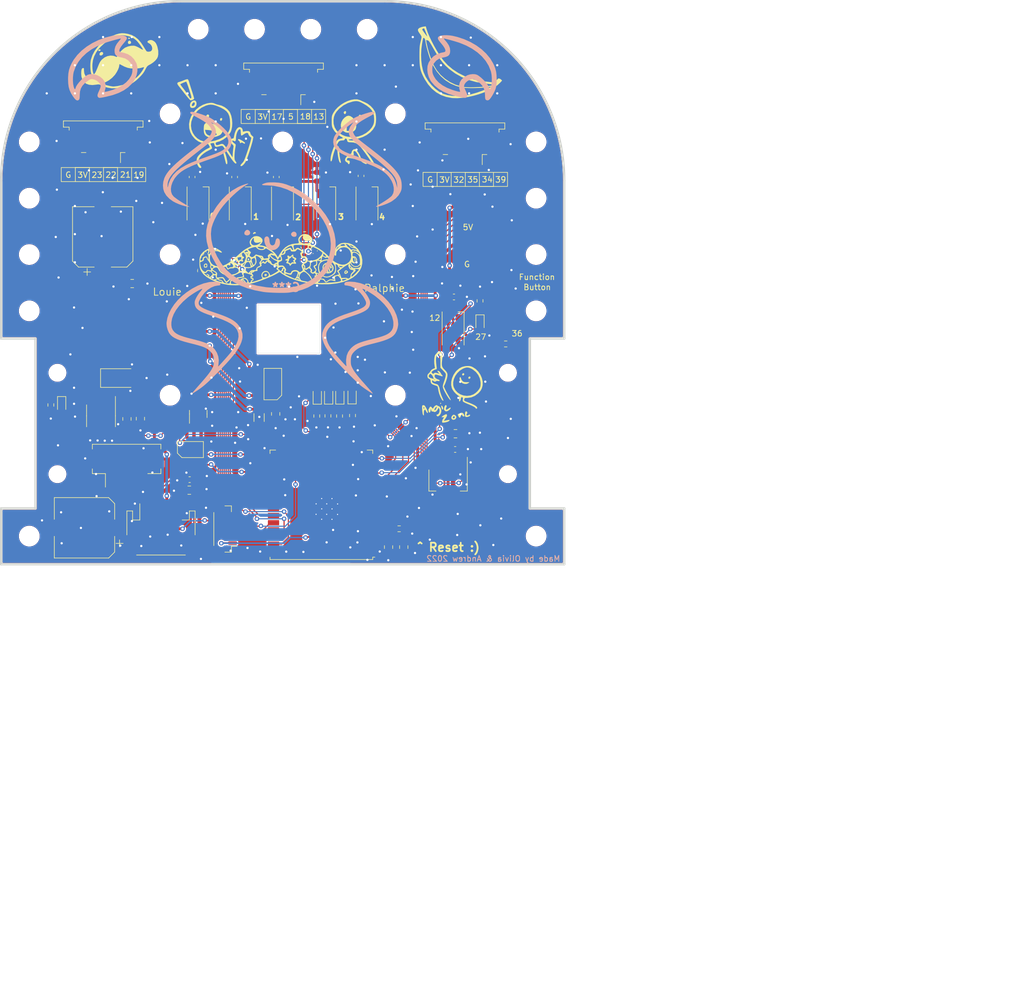
<source format=kicad_pcb>
(kicad_pcb (version 20211014) (generator pcbnew)
  (title_block (date "2021-06-25") (rev "1.0P") (company "EVEZOR"))
  (layers (0 "F.Cu" signal) (31 "B.Cu" signal) (34 "B.Paste" user) (35 "F.Paste" user) (36 "B.SilkS" user "B.Silkscreen") (37 "F.SilkS" user "F.Silkscreen") (38 "B.Mask" user) (39 "F.Mask" user) (44 "Edge.Cuts" user))
  (net 0 "")
  (net 1 "Net-(D1-Pad1)")
  (net 2 "/SERVO_0")
  (net 3 "/SERVO_1")
  (net 4 "GND")
  (net 5 "/CAN_H")
  (net 6 "/CAN_L")
  (net 7 "+3V3")
  (net 8 "Net-(D3-Pad1)")
  (net 9 "/RESET")
  (net 10 "/NEO_STATUS")
  (net 11 "/VREG_OUT")
  (net 12 "/FUNCTION_BUTTON")
  (net 13 "/HBT_LED")
  (net 15 "VBUS")
  (net 16 "/NEO_BAR")
  (net 17 "/TXDO")
  (net 18 "/RXD0")
  (net 19 "Net-(D4-Pad1)")
  (net 20 "Net-(D5-Pad1)")
  (net 21 "/BOOT")
  (net 22 "Net-(D10-Pad3)")
  (net 23 "Net-(D10-Pad1)")
  (net 25 "Net-(J8-Pad1)")
  (net 26 "Net-(J8-Pad2)")
  (net 27 "/SDA")
  (net 30 "Net-(D8-Pad1)")
  (net 32 "/ANALOG_B")
  (net 33 "/ANALOG_A")
  (net 34 "/ANALOG_D")
  (net 35 "/ANALOG_C")
  (net 36 "/INPUT_A")
  (net 37 "/INPUT_C")
  (net 38 "/INPUT_B")
  (net 40 "/INPUT_D")
  (net 43 "/CAN_SLP")
  (net 44 "/CAN_TX")
  (net 45 "/CAN_RX")
  (net 46 "/SCL")
  (net 47 "Net-(D12-Pad1)")
  (net 48 "Net-(D13-Pad1)")
  (net 49 "Net-(D14-Pad1)")
  (net 50 "Net-(D15-Pad1)")
  (net 53 "/MOTOR_R_2")
  (net 54 "/MOTOR_R_1")
  (net 55 "/MOTOR_L_1")
  (net 56 "/MOTOR_L_2")
  (net 57 "Net-(J16-Pad1)")
  (net 58 "Net-(J16-Pad2)")
  (footprint "MountingHole:MountingHole_3.2mm_M3_ISO14580" (layer "F.Cu") (at 106.9 148.62)
    (fp_text reference "H14")
    (fp_text value "MountingHole")
  )
  (footprint "Resistor_SMD:R_0603_1608Metric" (layer "F.Cu") (at 110.73 125.3325 90)
    (fp_text reference "R7" hide)
    (fp_text value "82k")
  )
  (footprint "MountingHole:MountingHole_3.2mm_M3_ISO14580" (layer "F.Cu") (at 196.9 78.62)
    (fp_text reference "H25")
    (fp_text value "MountingHole")
  )
  (footprint "MountingHole:MountingHole_2.7mm_M2.5_ISO14580" (layer "F.Cu") (at 111.9 137.62)
    (fp_text reference "H24" hide)
    (fp_text value "MountingHole")
  )
  (footprint "MountingHole:MountingHole_3.2mm_M3_ISO14580" (layer "F.Cu") (at 131.9 123.62)
    (fp_text reference "H1")
    (fp_text value "MountingHole")
  )
  (footprint "Capacitor_SMD:C_0603_1608Metric" (layer "F.Cu") (at 157.965 84.805 -90)
    (fp_text reference "C21" hide)
    (fp_text value ".1uF")
  )
  (footprint "Capacitor_SMD:C_0805_2012Metric" (layer "F.Cu") (at 124.24 127.81 -90)
    (fp_text reference "C17" hide)
    (fp_text value ".1uF 100V")
  )
  (footprint "LED_SMD:LED_0603_1608Metric" (layer "F.Cu") (at 162.052 123.698 90)
    (fp_text reference "D14" hide)
    (fp_text value "LED")
  )
  (footprint "Capacitor_SMD:C_0805_2012Metric" (layer "F.Cu") (at 125.175 103.7725)
    (fp_text reference "C4" hide)
    (fp_text value "4.7uF 100V")
  )
  (footprint "Resistor_SMD:R_0603_1608Metric" (layer "F.Cu") (at 162.002 127.2955 90)
    (fp_text reference "R9" hide)
    (fp_text value "10k")
  )
  (footprint "MountingHole:MountingHole_3.2mm_M3_ISO14580" (layer "F.Cu") (at 171.9 73.62)
    (fp_text reference "H3")
    (fp_text value "MountingHole")
  )
  (footprint "LED_SMD:LED_0603_1608Metric" (layer "F.Cu") (at 112.65 125.3325 -90)
    (fp_text reference "D8" hide)
    (fp_text value "LED")
  )
  (footprint "Capacitor_SMD:C_0805_2012Metric" (layer "F.Cu") (at 182.581 130.437)
    (fp_text reference "C13" hide)
    (fp_text value "22uF")
  )
  (footprint "MountingHole:MountingHole_2.7mm_M2.5_ISO14580" (layer "F.Cu") (at 111.9 119.62)
    (fp_text reference "H21" hide)
    (fp_text value "MountingHole")
  )
  (footprint "MountingHole:MountingHole_3.2mm_M3_ISO14580" (layer "F.Cu") (at 171.9 98.62)
    (fp_text reference "H9")
    (fp_text value "MountingHole")
  )
  (footprint "MountingHole:MountingHole_3.2mm_M3_ISO14580" (layer "F.Cu") (at 151.9 78.62)
    (fp_text reference "H4")
    (fp_text value "MountingHole")
  )
  (footprint "LED_SMD:LED_SK6812MINI_PLCC4_3.5x3.5mm_P1.75mm" (layer "F.Cu") (at 159.365 89.555 90)
    (fp_text reference "D10")
    (fp_text value "SK6812MINI")
  )
  (footprint "Capacitor_SMD:C_0603_1608Metric" (layer "F.Cu") (at 182.528 133.231 180)
    (fp_text reference "C12" hide)
    (fp_text value ".1uF")
  )
  (footprint "LED_SMD:LED_SK6812MINI_PLCC4_3.5x3.5mm_P1.75mm" (layer "F.Cu") (at 182.164 111.743 90)
    (fp_text reference "D6")
    (fp_text value "SK6812MINI")
  )
  (footprint "Capacitor_SMD:CP_Elec_10x10.5" (layer "F.Cu") (at 119.94 95.49 90)
    (fp_text reference "C3" hide)
    (fp_text value "220uF")
  )
  (footprint "Package_SO:CAN-TRANS-SN65HVD230DR" (layer "F.Cu") (at 135.509 133.256)
    (fp_text reference "U5")
    (fp_text value "Trans_CAN_SN65HVD230DR")
  )
  (footprint "Button_Switch_SMD:SWITCH_2x3_SMD_TACTILE_GREEN" (layer "F.Cu") (at 191.5 108.4975 90)
    (fp_text reference "SW1")
    (fp_text value "SW_Push")
  )
  (footprint "MountingHole:MountingHole_2.7mm_M2.5_ISO14580" (layer "F.Cu") (at 191.9 137.62)
    (fp_text reference "H23" hide)
    (fp_text value "MountingHole")
  )
  (footprint "MountingHole:MountingHole_3.2mm_M3_ISO14580" (layer "F.Cu") (at 166.9 58.62)
    (fp_text reference "H2")
    (fp_text value "MountingHole")
  )
  (footprint "MountingHole:MountingHole_3.2mm_M3_ISO14580" (layer "F.Cu") (at 106.9 108.62)
    (fp_text reference "H17")
    (fp_text value "MountingHole")
  )
  (footprint "LED_SMD:LED_0603_1608Metric" (layer "F.Cu") (at 160.062 123.7005 90)
    (fp_text reference "D13" hide)
    (fp_text value "LED")
  )
  (footprint "Diode_SMD:D_SMA" (layer "F.Cu") (at 122.96 120.55)
    (fp_text reference "D1" hide)
    (fp_text value "SX35_SCHOTTKY")
  )
  (footprint "Resistor_SMD:R_0603_1608Metric" (layer "F.Cu") (at 186.94 106.8475 -90)
    (fp_text reference "R5" hide)
    (fp_text value "10k")
  )
  (footprint "Connector_JST:JST_XH_2_VERTICAL" (layer "F.Cu") (at 129.568 113.406 -90)
    (fp_text reference "J8")
    (fp_text value "Conn_01x02_MountingPin")
  )
  (footprint "Drawing:mustache" (layer "F.Cu") (at 151.5 104.01)
    (fp_text reference "G***")
    (fp_text value "LOGO" hide)
  )
  (footprint "MountingHole:MountingHole_3.2mm_M3_ISO14580" (layer "F.Cu") (at 171.9 123.62)
    (fp_text reference "H6")
    (fp_text value "MountingHole")
  )
  (footprint "MountingHole:MountingHole_3.2mm_M3_ISO14580" (layer "F.Cu") (at 131.9 98.62)
    (fp_text reference "H7")
    (fp_text value "MountingHole")
  )
  (footprint "LED_SMD:LED_SK6812MINI_PLCC4_3.5x3.5mm_P1.75mm" (layer "F.Cu") (at 151.865 89.555 90)
    (fp_text reference "D9")
    (fp_text value "SK6812MINI")
  )
  (footprint "Connector_JST:JST_XH_2_VERTICAL" (layer "F.Cu") (at 190.95 96.78 90)
    (fp_text reference "J7")
    (fp_text value "Conn_01x02_MountingPin")
  )
  (footprint "MountingHole:MountingHole_3.2mm_M3_ISO14580" (layer "F.Cu") (at 196.9 88.62)
    (fp_text reference "H18")
    (fp_text value "MountingHole")
  )
  (footprint "LED_SMD:LED_0603_1608Metric" (layer "F.Cu") (at 158.042 123.713 90)
    (fp_text reference "D12" hide)
    (fp_text value "LED")
  )
  (footprint "RF_Module:ESP32-WROOM-32U_evezor" (layer "F.Cu") (at 158.77 143.06 180)
    (fp_text reference "U3")
    (fp_text value "ESP32-WROOM-32U")
  )
  (footprint "Connector_JST:JST_SH_BM06B-SRSS-TB_1x06-1MP_P1.00mm_Vertical" (layer "F.Cu") (at 141.677 147.36 90)
    (fp_text reference "J2" hide)
    (fp_text value "ftdi_conn")
  )
  (footprint "Connector_FFC-FPC:TE_84952-6_1x06-1MP_P1.0mm_Horizontal" (layer "F.Cu") (at 152.048 69.326 180)
    (fp_text reference "J3" hide)
    (fp_text value "Conn_01x06_MountingPin")
  )
  (footprint "LED_SMD:LED_SK6812MINI_PLCC4_3.5x3.5mm_P1.75mm" (layer "F.Cu") (at 166.865 89.555 90)
    (fp_text reference "D11")
    (fp_text value "SK6812MINI")
  )
  (footprint "Package_TO_SOT_SMD:SOT-223-3_TabPin2" (layer "F.Cu") (at 181.27 138.71 -90)
    (fp_text reference "U2" hide)
    (fp_text value "AMS1117-3.3")
  )
  (footprint "LED_SMD:LED_SK6812MINI_PLCC4_3.5x3.5mm_P1.75mm" (layer "F.Cu") (at 144.365 89.555 90)
    (fp_text reference "D5")
    (fp_text value "SK6812MINI")
  )
  (footprint "Connector_JST:JST_PH_B4B-PH-SM4-TB_1x04-1MP_P2.00mm_Vertical" (layer "F.Cu") (at 124.18 136.67)
    (fp_text reference "J4" hide)
    (fp_text value "Conn_01x04")
  )
  (footprint "Capacitor_SMD:C_0603_1608Metric" (layer "F.Cu") (at 143.365 84.855 -90)
    (fp_text reference "C8" hide)
    (fp_text value ".1uF")
  )
  (footprint "MountingHole:MountingHole_3.2mm_M3_ISO14580" (layer "F.Cu") (at 146.9 58.62)
    (fp_text reference "H16")
    (fp_text value "MountingHole")
  )
  (footprint "MountingHole:MountingHole_3.2mm_M3_ISO14580" (layer "F.Cu") (at 196.9 98.62)
    (fp_text reference "H20")
    (fp_text value "MountingHole")
  )
  (footprint "MountingHole:MountingHole_3.2mm_M3_ISO14580" (layer "F.Cu") (at 136.9 58.62)
    (fp_text reference "H8")
    (fp_text value "MountingHole")
  )
  (footprint "Resistor_SMD:R_0603_1608Metric" (layer "F.Cu") (at 159.932 127.2705 90)
    (fp_text reference "R8" hide)
    (fp_text value "10k")
  )
  (footprint "Capacitor_SMD:C_0805_2012Metric" (layer "F.Cu") (at 170.7 150.57 -90)
    (fp_text reference "C11" hide)
    (fp_text value "22uF")
  )
  (footprint "Package_SO:SOIC-10_LV8548MC-AH_evezor" (layer "F.Cu") (at 150.15 121.62 90)
    (fp_text reference "U4")
    (fp_text value "MOTOR_DRIVER-LV8548MC-AH")
  )
  (footprint "Capacitor_SMD:C_0603_1608Metric" (layer "F.Cu") (at 135.375 138.59)
    (fp_text reference "C9" hide)
    (fp_text value ".1uF")
  )
  (footprint "MountingHole:MountingHole_3.2mm_M3_ISO14580" (layer "F.Cu") (at 106.9 98.62)
    (fp_text reference "H5")
    (fp_text value "MountingHole")
  )
  (footprint "MountingHole:MountingHole_3.2mm_M3_ISO14580" (layer "F.Cu") (at 131.9 73.62)
    (fp_text reference "H11")
    (fp_text value "MountingHole")
  )
  (footprint "Capacitor_SMD:CP_Elec_10x10.5" (layer "F.Cu") (at 116.704 147.15 180)
    (fp_text reference "C1" hide)
    (fp_text value "220uF")
  )
  (footprint "Capacitor_SMD:C_0603_1608Metric" (layer "F.Cu") (at 150.765 84.855 -90)
    (fp_text reference "C18" hide)
    (fp_text value ".1uF")
  )
  (footprint "Button_Switch_SMD:SWITCH_2x3_SMD_TACTILE_GREEN" (layer "F.Cu") (at 179.25 146.47)
    (fp_text reference "SW2")
    (fp_text value "SW_Push")
  )
  (footprint "Connector_JST:JST_PH_S4B-PH-SM4-TB_1x04-1MP_P2.00mm_Horizontal" (layer "F.Cu") (at 130.286 147.468)
    (fp_text reference "J5" hide)
    (fp_text value "Conn_01x04")
  )
  (footprint "Capacitor_SMD:C_0805_2012Metric" (layer "F.Cu") (at 126.635 127.7625 -90)
    (fp_text reference "C2" hide)
    (fp_text value "4.7uF 100V")
  )
  (footprint "MountingHole:MountingHole_3.2mm_M3_ISO14580" (layer "F.Cu") (at 106.9 78.62)
    (fp_text reference "H13")
    (fp_text value "MountingHole")
  )
  (footprint "Resistor_SMD:R_0603_1608Metric" (layer "F.Cu") (at 164.302 127.2105 90)
    (fp_text reference "R10" hide)
    (fp_text value "10k")
  )
  (footprint "Capacitor_SMD:C_1206_3216Metric" (layer "F.Cu") (at 147.71 127.565 -90)
    (fp_text reference "C6" hide)
    (fp_text value "10uF 50V")
  )
  (footprint "Inductor_SMD:INDUCTOR-68uH" (layer "F.Cu") (at 118.85 111.35 -90)
    (fp_text reference "L1")
    (fp_text value "68uF")
  )
  (footprint "Connector_FFC-FPC:TE_84952-6_1x06-1MP_P1.0mm_Horizontal" (layer "F.Cu") (at 184.27 79.95 180)
    (fp_text reference "J1" hide)
    (fp_text value "Conn_01x06_MountingPin")
  )
  (footprint "MountingHole:MountingHole_3.2mm_M3_ISO14580" (layer "F.Cu") (at 156.9 58.62)
    (fp_text reference "H10")
    (fp_text value "MountingHole")
  )
  (footprint "Connector_FFC-FPC:TE_84952-6_1x06-1MP_P1.0mm_Horizontal" (layer "F.Cu") (at 120.03 79.6 180)
    (fp_text reference "J6" hide)
    (fp_text value "Conn_01x06_MountingPin")
  )
  (footprint "Resistor_SMD:R_0603_1608Metric" (layer "F.Cu") (at 191.5 114.4975 180)
    (fp_text reference "R3" hide)
    (fp_text value "10k")
  )
  (footprint "MountingHole:MountingHole_3.2mm_M3_ISO14580" (layer "F.Cu") (at 196.9 148.62)
    (fp_text reference "H19")
    (fp_text value "MountingHole")
  )
  (footprint "Capacitor_SMD:C_0805_2012Metric" (layer "F.Cu") (at 135.316 140.462 180)
    (fp_text reference "C15" hide)
    (fp_text value "22uF")
  )
  (footprint "Capacitor_SMD:C_0805_2012Metric" (layer "F.Cu") (at 150.65 126.92 -90)
    (fp_text reference "C5" hide)
    (fp_text value ".1uF 100V")
  )
  (footprint "Capacitor_SMD:C_0603_1608Metric" (layer "F.Cu") (at 182.314 106.153)
    (fp_text reference "C10" hide)
    (fp_text value ".1uF")
  )
  (footprint "LED_SMD:LED_0603_1608Metric" (layer "F.Cu") (at 186.94 110.81 -90)
    (fp_text reference "D3" hide)
    (fp_text value "LED")
  )
  (footprint "Connector_JST:JST_XH_2_VERTICAL" (layer "F.Cu") (at 171.59 112.93 90)
    (fp_text reference "J16")
    (fp_text value "Conn_01x02_MountingPin")
  )
  (footprint "Resistor_SMD:R_0603_1608Metric" (layer "F.Cu") (at 172.575 147.32)
    (fp_text reference "R6" hide)
    (fp_text value "10k")
  )
  (footprint "LED_SMD:LED_0603_1608Metric" (layer "F.Cu") (at 164.222 123.658 90)
    (fp_text reference "D15" hide)
    (fp_text value "LED")
  )
  (footprint "Capacitor_SMD:C_0603_1608Metric" (layer "F.Cu") (at 165.815 84.655 -90)
    (fp_text reference "C22" hide)
    (fp_text value ".1uF")
  )
  (footprint "Capacitor_SMD:C_0603_1608Metric" (layer "F.Cu") (at 135.815 84.855 90)
    (fp_text reference "C14" hide)
    (fp_text value ".1uF")
  )
  (footprint "MountingHole:MountingHole_3.2mm_M3_ISO14580" (layer "F.Cu") (at 106.9 88.62)
    (fp_text reference "H12")
    (fp_text value "MountingHole")
  )
  (footprint "Package_TO_SOT_SMD:SOT-23" (layer "F.Cu") (at 136.906 126.926 90)
    (fp_text reference "D7" hide)
    (fp_text value "D_TVS_x2_AAC")
  )
  (footprint "Resistor_SMD:R_0603_1608Metric" (layer "F.Cu") (at 157.952 127.2955 90)
    (fp_text reference "R4" hide)
    (fp_text value "10k")
  )
  (footprint "MountingHole:MountingHole_2.7mm_M2.5_ISO14580" (layer "F.Cu") (at 191.9 119.62)
    (fp_text reference "H22" hide)
    (fp_text value "MountingHole")
  )
  (footprint "Package_SO:SOIC-8_3.9x4.9mm_P1.27mm" (layer "F.Cu") (at 119.635 127.2625 -90)
    (fp_text reference "U1" hide)
    (fp_text value "XL1509")
  )
  (footprint "LED_SMD:LED_SK6812MINI_PLCC4_3.5x3.5mm_P1.75mm" (layer "F.Cu") (at 136.865 89.555 90)
    (fp_text reference "D4")
    (fp_text value "SK6812MINI")
  )
  (footprint "Capacitor_SMD:C_0805_2012Metric" (layer "F.Cu") (at 173.4 150.57 -90)
    (fp_text reference "C7")
    (fp_text value "22uF")
  )
  (footprint "MountingHole:MountingHole_3.2mm_M3_ISO14580" (layer "F.Cu") (at 196.9 108.62)
    (fp_text reference "H15")
    (fp_text value "MountingHole")
  )
  (footprint "Drawing:backside" (layer "B.Cu") (at 152.52 104.45 180)
    (fp_text reference "G***")
    (fp_text value "LOGO" hide)
  )
  (gr_line (start 149.525 72.85) (end 147.025 72.85) (layer "F.SilkS") (width 0.12))
  (gr_rect (start 191.825 86.525) (end 176.825 84.025) (layer "F.SilkS") (width 0.12) (fill none))
  (gr_line (start 122.575 83.175) (end 120.075 83.175) (layer "F.SilkS") (width 0.12))
  (gr_line (start 181.825 86.525) (end 181.825 84.025) (layer "F.SilkS") (width 0.12))
  (gr_line (start 186.825 84.025) (end 184.325 84.025) (layer "F.SilkS") (width 0.12))
  (gr_line (start 152.025 75.35) (end 152.025 72.85) (layer "F.SilkS") (width 0.12))
  (gr_line (start 125.075 83.175) (end 125.075 85.675) (layer "F.SilkS") (width 0.12))
  (gr_line (start 179.325 84.025) (end 179.325 86.525) (layer "F.SilkS") (width 0.12))
  (gr_line (start 157.025 75.35) (end 154.525 75.35) (layer "F.SilkS") (width 0.12))
  (gr_line (start 189.325 84.025) (end 189.325 86.525) (layer "F.SilkS") (width 0.12))
  (gr_rect (start 127.575 85.675) (end 112.575 83.175) (layer "F.SilkS") (width 0.12) (fill none))
  (gr_line (start 147.025 72.85) (end 147.025 75.35) (layer "F.SilkS") (width 0.12))
  (gr_line (start 154.525 72.85) (end 152.025 72.85) (layer "F.SilkS") (width 0.12))
  (gr_rect (start 159.525 75.35) (end 144.525 72.85) (layer "F.SilkS") (width 0.12) (fill none))
  (gr_line (start 120.075 85.675) (end 120.075 83.175) (layer "F.SilkS") (width 0.12))
  (gr_line (start 117.575 83.175) (end 115.075 83.175) (layer "F.SilkS") (width 0.12))
  (gr_line (start 189.325 86.525) (end 186.825 86.525) (layer "F.SilkS") (width 0.12))
  (gr_line (start 154.525 75.35) (end 154.525 72.85) (layer "F.SilkS") (width 0.12))
  (gr_line (start 122.575 85.675) (end 122.575 83.175) (layer "F.SilkS") (width 0.12))
  (gr_line (start 117.575 85.675) (end 117.575 83.175) (layer "F.SilkS") (width 0.12))
  (gr_line (start 115.075 83.175) (end 115.075 85.675) (layer "F.SilkS") (width 0.12))
  (gr_line (start 181.825 84.025) (end 179.325 84.025) (layer "F.SilkS") (width 0.12))
  (gr_line (start 157.025 72.85) (end 157.025 75.35) (layer "F.SilkS") (width 0.12))
  (gr_line (start 184.325 86.525) (end 184.325 84.025) (layer "F.SilkS") (width 0.12))
  (gr_line (start 125.075 85.675) (end 122.575 85.675) (layer "F.SilkS") (width 0.12))
  (gr_line (start 149.525 75.35) (end 149.525 72.85) (layer "F.SilkS") (width 0.12))
  (gr_line (start 186.825 86.525) (end 186.825 84.025) (layer "F.SilkS") (width 0.12))
  (gr_line (start 170.013067 53.62) (end 133.786933 53.62) (layer "Edge.Cuts") (width 0.4))
  (gr_line (start 107.998568 113.533176) (end 101.9 113.533176) (layer "Edge.Cuts") (width 0.4))
  (gr_arc (start 101.9 85.506933) (mid 111.239466 62.959466) (end 133.786933 53.62) (layer "Edge.Cuts") (width 0.4))
  (gr_line (start 195.801432 143.706824) (end 195.801432 113.533176) (layer "Edge.Cuts") (width 0.4))
  (gr_rect (start 147.48 116.16) (end 158.51 107.52) (layer "Edge.Cuts") (width 0.05) (fill none))
  (gr_line (start 101.9 113.533176) (end 101.9 85.506933) (layer "Edge.Cuts") (width 0.4))
  (gr_line (start 107.998568 143.706824) (end 101.9 143.706824) (layer "Edge.Cuts") (width 0.4))
  (gr_line (start 195.801432 113.533176) (end 201.9 113.533176) (layer "Edge.Cuts") (width 0.4))
  (gr_line (start 201.9 153.62) (end 201.9 143.706824) (layer "Edge.Cuts") (width 0.4))
  (gr_line (start 201.9 153.62) (end 101.9 153.62) (layer "Edge.Cuts") (width 0.4))
  (gr_arc (start 170.013067 53.62) (mid 192.560534 62.959466) (end 201.9 85.506933) (layer "Edge.Cuts") (width 0.4))
  (gr_line (start 201.9 113.533176) (end 201.9 85.506933) (layer "Edge.Cuts") (width 0.4))
  (gr_line (start 195.801432 143.706824) (end 201.9 143.706824) (layer "Edge.Cuts") (width 0.4))
  (gr_line (start 101.9 153.62) (end 101.9 143.706824) (layer "Edge.Cuts") (width 0.4))
  (gr_line (start 107.998568 143.706824) (end 107.998568 113.533176) (layer "Edge.Cuts") (width 0.4))
  (gr_text "Made by Olivia & Andrew 2022" (at 189.3 152.625) (layer "B.SilkS") (effects (font (size 1 1)) (justify mirror)))
  (gr_text "1" (at 147.175 91.9) (layer "F.SilkS") (effects (font (size 1 1) (thickness 0.25))))
  (gr_text "3" (at 162.25 91.925) (layer "F.SilkS") (effects (font (size 1 1) (thickness 0.25))))
  (gr_text "18" (at 155.925 74.125) (layer "F.SilkS") (effects (font (size 1 1))))
  (gr_text "35" (at 185.65 85.325) (layer "F.SilkS") (effects (font (size 1 1))))
  (gr_text "^ Reset :)" (at 181.37 150.61) (layer "F.SilkS") (effects (font (size 1.5 1.5) (thickness 0.3))))
  (gr_text "17" (at 150.875 74.175) (layer "F.SilkS") (effects (font (size 1 1))))
  (gr_text "Button" (at 197.1 104.425) (layer "F.SilkS") (effects (font (size 1 1))))
  (gr_text "Ralphie" (at 169.975 104.6) (layer "F.SilkS") (effects (font (size 1.3 1.3))))
  (gr_text "3V" (at 148.325 74.175) (layer "F.SilkS") (effects (font (size 1 1))))
  (gr_text "0" (at 139.46 91.85) (layer "F.SilkS") (effects (font (size 1 1) (thickness 0.25))))
  (gr_text "G" (at 113.825 84.475) (layer "F.SilkS") (effects (font (size 1 1))))
  (gr_text "4" (at 169.55 91.95) (layer "F.SilkS") (effects (font (size 1 1) (thickness 0.25))))
  (gr_text "12" (at 178.9 109.875) (layer "F.SilkS") (effects (font (size 1 1))))
  (gr_text "27" (at 187.075 113.25) (layer "F.SilkS") (effects (font (size 1 1))))
  (gr_text "Function" (at 197.05 102.625) (layer "F.SilkS") (effects (font (size 1 1))))
  (gr_text "G" (at 145.775 74.15) (layer "F.SilkS") (effects (font (size 1 1))))
  (gr_text "3V" (at 180.625 85.35) (layer "F.SilkS") (effects (font (size 1 1))))
  (gr_text "G" (at 184.625 100.35) (layer "F.SilkS") (effects (font (size 1 1))))
  (gr_text "5" (at 153.35 74.15) (layer "F.SilkS") (effects (font (size 1 1))))
  (gr_text "2" (at 154.65 91.975) (layer "F.SilkS") (effects (font (size 1 1) (thickness 0.25))))
  (gr_text "G" (at 178.075 85.325) (layer "F.SilkS") (effects (font (size 1 1))))
  (gr_text "22" (at 121.4 84.475) (layer "F.SilkS") (effects (font (size 1 1))))
  (gr_text "5V" (at 184.8 93.775) (layer "F.SilkS") (effects (font (size 1 1))))
  (gr_text "Louie" (at 131.4 105.25) (layer "F.SilkS") (effects (font (size 1.3 1.3))))
  (gr_text "32" (at 183.175 85.35) (layer "F.SilkS") (effects (font (size 1 1))))
  (gr_text "21" (at 123.975 84.45) (layer "F.SilkS") (effects (font (size 1 1))))
  (gr_text "3V" (at 116.375 84.5) (layer "F.SilkS") (effects (font (size 1 1))))
  (gr_text "39" (at 190.6 85.325) (layer "F.SilkS") (effects (font (size 1 1))))
  (gr_text "36" (at 193.525 112.65) (layer "F.SilkS") (effects (font (size 1 1))))
  (gr_text "23" (at 118.925 84.5) (layer "F.SilkS") (effects (font (size 1 1))))
  (gr_text "34" (at 188.225 85.3) (layer "F.SilkS") (effects (font (size 1 1))))
  (gr_text "13" (at 158.3 74.15) (layer "F.SilkS") (effects (font (size 1 1))))
  (gr_text "19" (at 126.35 84.475) (layer "F.SilkS") (effects (font (size 1 1))))
  (segment (start 120.96 120.55) (end 120.96 122.56) (width 0.2) (layer "F.Cu") (net 1))
  (segment (start 120.96 122.56) (end 120.27 123.25) (width 0.2) (layer "F.Cu") (net 1))
  (segment (start 120.96 118.21) (end 120.96 120.55) (width 0.2) (layer "F.Cu") (net 1))
  (segment (start 118.85 116.1) (end 120.96 118.21) (width 0.2) (layer "F.Cu") (net 1))
  (segment (start 120.27 123.25) (end 120.27 124.7875) (width 0.2) (layer "F.Cu") (net 1))
  (segment (start 141.161039 102.058743) (end 122.318776 83.21648) (width 0.2) (layer "F.Cu") (net 2))
  (segment (start 122.318776 83.21648) (end 121.57048 83.21648) (width 0.2) (layer "F.Cu") (net 2))
  (segment (start 141.16104 138.36704) (end 141.161039 102.058743) (width 0.2) (layer "F.Cu") (net 2))
  (segment (start 121.53 83.176) (end 121.53 81.4) (width 0.2) (layer "F.Cu") (net 2))
  (segment (start 147.759 144.965) (end 141.16104 138.36704) (width 0.2) (layer "F.Cu") (net 2))
  (segment (start 150.27 144.965) (end 147.759 144.965) (width 0.2) (layer "F.Cu") (net 2))
  (segment (start 121.57048 83.21648) (end 121.53 83.176) (width 0.2) (layer "F.Cu") (net 2))
  (segment (start 141.51056 137.95456) (end 141.51056 101.88656) (width 0.2) (layer "F.Cu") (net 3))
  (segment (start 150.27 142.425) (end 145.981 142.425) (width 0.2) (layer "F.Cu") (net 3))
  (segment (start 141.51056 101.88656) (end 122.53 82.906) (width 0.2) (layer "F.Cu") (net 3))
  (segment (start 122.53 82.906) (end 122.53 81.4) (width 0.2) (layer "F.Cu") (net 3))
  (segment (start 145.981 142.425) (end 141.51056 137.95456) (width 0.2) (layer "F.Cu") (net 3))
  (via (at 189.15 90.12) (size 0.8) (drill 0.4) (layers "F.Cu" "B.Cu") (net 4))
  (via (at 155.575 151.425) (size 0.8) (drill 0.4) (layers "F.Cu" "B.Cu") (net 4))
  (via (at 145.24 93.19) (size 0.8) (drill 0.4) (layers "F.Cu" "B.Cu") (net 4))
  (via (at 152.53 151.38) (size 0.8) (drill 0.4) (layers "F.Cu" "B.Cu") (net 4))
  (via (at 142.66 151.21) (size 0.8) (drill 0.4) (layers "F.Cu" "B.Cu") (net 4))
  (via (at 183.425 121.225) (size 0.8) (drill 0.4) (layers "F.Cu" "B.Cu") (net 4))
  (via (at 165.3 138.5) (size 0.8) (drill 0.4) (layers "F.Cu" "B.Cu") (net 4))
  (via (at 167.675 102.325) (size 0.8) (drill 0.4) (layers "F.Cu" "B.Cu") (net 4))
  (via (at 170.05 119.55) (size 0.8) (drill 0.4) (layers "F.Cu" "B.Cu") (net 4))
  (via (at 161.25 116.025) (size 0.8) (drill 0.4) (layers "F.Cu" "B.Cu") (net 4))
  (via (at 125 65) (size 0.8) (drill 0.4) (layers "F.Cu" "B.Cu") (net 4))
  (via (at 112.65 149.89) (size 0.8) (drill 0.4) (layers "F.Cu" "B.Cu") (net 4))
  (via (at 193.27 104.66) (size 0.8) (drill 0.4) (layers "F.Cu" "B.Cu") (net 4))
  (via (at 161.99 129.32) (size 0.8) (drill 0.4) (layers "F.Cu" "B.Cu") (net 4))
  (via (at 135 70) (size 0.8) (drill 0.4) (layers "F.Cu" "B.Cu") (net 4))
  (via (at 145.65 150.725) (size 0.8) (drill 0.4) (layers "F.Cu" "B.Cu") (net 4))
  (via (at 111.75 78.45) (size 0.8) (drill 0.4) (layers "F.Cu" "B.Cu") (net 4))
  (via (at 169.13 151.36) (size 0.8) (drill 0.4) (layers "F.Cu" "B.Cu") (net 4))
  (via (at 170.39 141.58) (size 0.8) (drill 0.4) (layers "F.Cu" "B.Cu") (net 4))
  (via (at 146.15 135.675) (size 0.8) (drill 0.4) (layers "F.Cu" "B.Cu") (net 4))
  (via (at 137.7 93.13) (size 0.8) (drill 0.4) (layers "F.Cu" "B.Cu") (net 4))
  (via (at 180.25 100.825) (size 0.8) (drill 0.4) (layers "F.Cu" "B.Cu") (net 4))
  (via (at 153.025 104.325) (size 0.8) (drill 0.4) (layers "F.Cu" "B.Cu") (net 4))
  (via (at 142.02 84.21) (size 0.8) (drill 0.4) (layers "F.Cu" "B.Cu") (net 4))
  (via (at 150.65 129.45) (size 0.8) (drill 0.4) (layers "F.Cu" "B.Cu") (net 4))
  (via (at 183.2 115.25) (size 0.8) (drill 0.4) (layers "F.Cu" "B.Cu") (net 4))
  (via (at 119.03 131.64) (size 0.8) (drill 0.4) (layers "F.Cu" "B.Cu") (net 4))
  (via (at 148.05 78) (size 0.8) (drill 0.4) (layers "F.Cu" "B.Cu") (net 4))
  (via (at 157.51 71.51) (size 0.8) (drill 0.4) (layers "F.Cu" "B.Cu") (net 4))
  (via (at 144.325 121.175) (size 0.8) (drill 0.4) (layers "F.Cu" "B.Cu") (net 4))
  (via (at 184.79 133.17) (size 0.8) (drill 0.4) (layers "F.Cu" "B.Cu") (net 4))
  (via (at 170 65) (size 0.8) (drill 0.4) (layers "F.Cu" "B.Cu") (net 4))
  (via (at 149.19 84.07) (size 0.8) (drill 0.4) (layers "F.Cu" "B.Cu") (net 4))
  (via (at 116.89 91.11) (size 0.8) (drill 0.4) (layers "F.Cu" "B.Cu") (net 4))
  (via (at 180.26 81.9) (size 0.8) (drill 0.4) (layers "F.Cu" "B.Cu") (net 4))
  (via (at 165 70) (size 0.8) (drill 0.4) (layers "F.Cu" "B.Cu") (net 4))
  (via (at 165.225 121.375) (size 0.8) (drill 0.4) (layers "F.Cu" "B.Cu") (net 4))
  (via (at 178.5 141.25) (size 0.8) (drill 0.4) (layers "F.Cu" "B.Cu") (net 4))
  (via (at 167.55 123.75) (size 0.8) (drill 0.4) (layers "F.Cu" "B.Cu") (net 4))
  (via (at 173.07 108.41) (size 0.8) (drill 0.4) (layers "F.Cu" "B.Cu") (net 4))
  (via (at 170 80) (size 0.8) (drill 0.4) (layers "F.Cu" "B.Cu") (net 4))
  (via (at 139.575 109.65) (size 0.8) (drill 0.4) (layers "F.Cu" "B.Cu") (net 4))
  (via (at 145.77 131.41) (size 0.8) (drill 0.4) (layers "F.Cu" "B.Cu") (net 4))
  (via (at 139.375 129.025) (size 0.8) (drill 0.4) (layers "F.Cu" "B.Cu") (net 4))
  (via (at 175 65) (size 0.8) (drill 0.4) (layers "F.Cu" "B.Cu") (net 4))
  (via (at 111.6 95.5) (size 0.8) (drill 0.4) (layers "F.Cu" "B.Cu") (net 4))
  (via (at 165 75) (size 0.8) (drill 0.4) (layers "F.Cu" "B.Cu") (net 4))
  (via (at 160.9 102.725) (size 0.8) (drill 0.4) (layers "F.Cu" "B.Cu") (net 4))
  (via (at 125.125 145.95) (size 0.8) (drill 0.4) (layers "F.Cu" "B.Cu") (net 4))
  (via (at 143.7 129.325) (size 0.8) (drill 0.4) (layers "F.Cu" "B.Cu") (net 4))
  (via (at 137.24 83.95) (size 0.8) (drill 0.4) (layers "F.Cu" "B.Cu") (net 4))
  (via (at 133.89 150.29) (size 0.8) (drill 0.4) (layers "F.Cu" "B.Cu") (net 4))
  (via (at 145.525 81.8) (size 0.8) (drill 0.4) (layers "F.Cu" "B.Cu") (net 4))
  (via (at 180 70) (size 0.8) (drill 0.4) (layers "F.Cu" "B.Cu") (net 4))
  (via (at 187.875 121.2) (size 0.8) (drill 0.4) (layers "F.Cu" "B.Cu") (net 4))
  (via (at 164.56 129.19) (size 0.8) (drill 0.4) (layers "F.Cu" "B.Cu") (net 4))
  (via (at 136.4 95.125) (size 0.8) (drill 0.4) (layers "F.Cu" "B.Cu") (net 4))
  (via (at 128.2 74.9) (size 0.8) (drill 0.4) (layers "F.Cu" "B.Cu") (net 4))
  (via (at 152.175 138.55) (size 0.8) (drill 0.4) (layers "F.Cu" "B.Cu") (net 4))
  (via (at 185 70) (size 0.8) (drill 0.4) (layers "F.Cu" "B.Cu") (net 4))
  (via (at 138.28 143.59) (size 0.8) (drill 0.4) (layers "F.Cu" "B.Cu") (net 4))
  (via (at 153.325 125.75) (size 0.8) (drill 0.4) (layers "F.Cu" "B.Cu") (net 4))
  (via (at 174.825 112.375) (size 0.8) (drill 0.4) (layers "F.Cu" "B.Cu") (net 4))
  (via (at 164.48 131.79) (size 0.8) (drill 0.4) (layers "F.Cu" "B.Cu") (net 4))
  (via (at 175.925 83.675) (size 0.8) (drill 0.4) (layers "F.Cu" "B.Cu") (net 4))
  (via (at 184.56 139.44) (size 0.8) (drill 0.4) (layers "F.Cu" "B.Cu") (net 4))
  (via (at 162.2 97.9) (size 0.8) (drill 0.4) (layers "F.Cu" "B.Cu") (net 4))
  (via (at 175.49 136.5) (size 0.8) (drill 0.4) (layers "F.Cu" "B.Cu") (net 4))
  (via (at 143.45 132.05) (size 0.8) (drill 0.4) (layers "F.Cu" "B.Cu") (net 4))
  (via (at 134.95 104.2) (size 0.8) (drill 0.4) (layers "F.Cu" "B.Cu") (net 4))
  (via (at 165.225 116.8) (size 0.8) (drill 0.4) (layers "F.Cu" "B.Cu") (net 4))
  (via (at 165.35 107.3) (size 0.8) (drill 0.4) (layers "F.Cu" "B.Cu") (net 4))
  (via (at 136 99.525) (size 0.8) (drill 0.4) (layers "F.Cu" "B.Cu") (net 4))
  (via (at 115 90) (size 0.8) (drill 0.4) (layers "F.Cu" "B.Cu") (net 4))
  (via (at 120.3 131.68) (size 0.8) (drill 0.4) (layers "F.Cu" "B.Cu") (net 4))
  (via (at 184.61 106.13) (size 0.8) (drill 0.4) (layers "F.Cu" "B.Cu") (net 4))
  (via (at 187.15 133.17) (size 0.8) (drill 0.4) (layers "F.Cu" "B.Cu") (net 4))
  (via (at 173.775 138.35) (size 0.8) (drill 0.4) (layers "F.Cu" "B.Cu") (net 4))
  (via (at 171.3 102.6) (size 0.8) (drill 0.4) (layers "F.Cu" "B.Cu") (net 4))
  (via (at 114.85 125.125) (size 0.8) (drill 0.4) (layers "F.Cu" "B.Cu") (net 4))
  (via (at 147.46 118.2) (size 0.8) (drill 0.4) (layers "F.Cu" "B.Cu") (net 4))
  (via (at 175.5 99.9) (size 0.8) (drill 0.4) (layers "F.Cu" "B.Cu") (net 4))
  (via (at 152.35 141.35) (size 0.8) (drill 0.4) (layers "F.Cu" "B.Cu") (net 4))
  (via (at 163.87 83.99) (size 0.8) (drill 0.4) (layers "F.Cu" "B.Cu") (net 4))
  (via (at 181.675 87.9) (size 0.8) (drill 0.4) (layers "F.Cu" "B.Cu") (net 4))
  (via (at 163.91 150.62) (size 0.8) (drill 0.4) (layers "F.Cu" "B.Cu") (net 4))
  (via (at 140 70) (size 0.8) (drill 0.4) (layers "F.Cu" "B.Cu") (net 4))
  (via (at 165 80) (size 0.8) (drill 0.4) (layers "F.Cu" "B.Cu") (net 4))
  (via (at 149.41 73.23) (size 0.8) (drill 0.4) (layers "F.Cu" "B.Cu") (net 4))
  (via (at 145.375 78.05) (size 0.8) (drill 0.4) (layers "F.Cu" "B.Cu") (net 4))
  (via (at 131.4 119.95) (size 0.8) (drill 0.4) (layers "F.Cu" "B.Cu") (net 4))
  (via (at 159.7 149.725) (size 0.8) (drill 0.4) (layers "F.Cu" "B.Cu") (net 4))
  (via (at 134.1 78.825) (size 0.8) (drill 0.4) (layers "F.Cu" "B.Cu") (net 4))
  (via (at 159.58 84.05) (size 0.8) (drill 0.4) (layers "F.Cu" "B.Cu") (net 4))
  (via (at 170.65 152.9) (size 0.8) (drill 0.4) (layers "F.Cu" "B.Cu") (net 4))
  (via (at 176.22 78.71) (size 0.8) (drill 0.4) (layers "F.Cu" "B.Cu") (net 4))
  (via (at 112 132.5) (size 0.8) (drill 0.4) (layers "F.Cu" "B.Cu") (net 4))
  (via (at 152.39 127.88) (size 0.8) (drill 0.4) (layers "F.Cu" "B.Cu") (net 4))
  (via (at 182.89 148.42) (size 0.8) (drill 0.4) (layers "F.Cu" "B.Cu") (net 4))
  (via (at 145.525 108.075) (size 0.8) (drill 0.4) (layers "F.Cu" "B.Cu") (net 4))
  (via (at 166.51 117.3) (size 0.8) (drill 0.4) (layers "F.Cu" "B.Cu") (net 4))
  (via (at 130 60) (size 0.8) (drill 0.4) (layers "F.Cu" "B.Cu") (net 4))
  (via (at 167.73 93.22) (size 0.8) (drill 0.4) (layers "F.Cu" "B.Cu") (net 4))
  (via (at 175.4 151.62) (size 0.8) (drill 0.4) (layers "F.Cu" "B.Cu") (net 4))
  (via (at 178.525 94.175) (size 0.8) (drill 0.4) (layers "F.Cu" "B.Cu") (net 4))
  (via (at 127.73 120.55) (size 0.8) (drill 0.4) (layers "F.Cu" "B.Cu") (net 4))
  (via (at 128.76 137.33) (size 0.8) (drill 0.4) (layers "F.Cu" "B.Cu") (net 4))
  (via (at 137.38 152.67) (size 0.8) (drill 0.4) (layers "F.Cu" "B.Cu") (net 4))
  (via (at 130.475 89.45) (size 0.8) (drill 0.4) (layers "F.Cu" "B.Cu") (net 4))
  (via (at 138.25 125.99) (size 0.8) (drill 0.4) (layers "F.Cu" "B.Cu") (net 4))
  (via (at 188.6 113) (size 0.8) (drill 0.4) (layers "F.Cu" "B.Cu") (net 4))
  (via (at 175 60) (size 0.8) (drill 0.4) (layers "F.Cu" "B.Cu") (net 4))
  (via (at 159.94 129.31) (size 0.8) (drill 0.4) (layers "F.Cu" "B.Cu") (net 4))
  (via (at 121.6 131.68) (size 0.8) (drill 0.4) (layers "F.Cu" "B.Cu") (net 4))
  (via (at 115.025 127.4) (size 0.8) (drill 0.4) (layers "F.Cu" "B.Cu") (net 4))
  (via (at 133.17 138.72) (size 0.8) (drill 0.4) (layers "F.Cu" "B.Cu") (net 4))
  (via (at 139.375 126.6) (size 0.8) (drill 0.4) (layers "F.Cu" "B.Cu") (net 4))
  (via (at 126.125 85) (size 0.8) (drill 0.4) (layers "F.Cu" "B.Cu") (net 4))
  (via (at 150.475 100.725) (size 0.8) (drill 0.4) (layers "F.Cu" "B.Cu") (net 4))
  (via (at 174.475 119.6) (size 0.8) (drill 0.4) (layers "F.Cu" "B.Cu") (net 4))
  (via (at 174.95 108.75) (size 0.8) (drill 0.4) (layers "F.Cu" "B.Cu") (net 4))
  (via (at 144.25 111.725) (size 0.8) (drill 0.4) (layers "F.Cu" "B.Cu") (net 4))
  (via (at 134.8 137.35) (size 0.8) (drill 0.4) (layers "F.Cu" "B.Cu") (net 4))
  (via (at 189.07 103.51) (size 0.8) (drill 0.4) (layers "F.Cu" "B.Cu") (net 4))
  (via (at 125.9 89.1) (size 0.8) (drill 0.4) (layers "F.Cu" "B.Cu") (net 4))
  (via (at 175 90) (size 0.8) (drill 0.4) (layers "F.Cu" "B.Cu") (net 4))
  (via (at 135.71 123.33) (size 0.8) (drill 0.4) (layers "F.Cu" "B.Cu") (net 4))
  (via (at 131.775 82.55) (size 0.8) (drill 0.4) (layers "F.Cu" "B.Cu") (net 4))
  (via (at 152.76 93.36) (size 0.8) (drill 0.4) (layers "F.Cu" "B.Cu") (net 4))
  (via (at 112.55 144.39) (size 0.8) (drill 0.4) (layers "F.Cu" "B.Cu") (net 4))
  (via (at 140 65) (size 0.8) (drill 0.4) (layers "F.Cu" "B.Cu") (net 4))
  (via (at 115 95) (size 0.8) (drill 0.4) (layers "F.Cu" "B.Cu") (net 4))
  (via (at 115 70) (size 0.8) (drill 0.4) (layers "F.Cu" "B.Cu") (net 4))
  (via (at 183.45 104.15) (size 0.8) (drill 0.4) (layers "F.Cu" "B.Cu") (net 4))
  (via (at 126.64 129.85) (size 0.8) (drill 0.4) (layers "F.Cu" "B.Cu") (net 4))
  (via (at 152.05 74.525) (size 0.8) (drill 0.4) (layers "F.Cu" "B.Cu") (net 4))
  (via (at 154.5 116.8) (size 0.8) (drill 0.4) (layers "F.Cu" "B.Cu") (net 4))
  (via (at 185 65) (size 0.8) (drill 0.4) (layers "F.Cu" "B.Cu") (net 4))
  (via (at 124.85 122.83) (size 0.8) (drill 0.4) (layers "F.Cu" "B.Cu") (net 4))
  (via (at 165.26 147.75) (size 0.8) (drill 0.4) (layers "F.Cu" "B.Cu") (net 4))
  (via (at 138.375 140.275) (size 0.8) (drill 0.4) (layers "F.Cu" "B.Cu") (net 4))
  (via (at 139.25 120.475) (size 0.8) (drill 0.4) (layers "F.Cu" "B.Cu") (net 4))
  (via (at 146.125 104.275) (size 0.8) (drill 0.4) (layers "F.Cu" "B.Cu") (net 4))
  (via (at 174.9 148.175) (size 0.8) (drill 0.4) (layers "F.Cu" "B.Cu") (net 4))
  (via (at 163.05 119.475) (size 0.8) (drill 0.4) (layers "F.Cu" "B.Cu") (net 4))
  (via (at 157.88 129.32) (size 0.8) (drill 0.4) (layers "F.Cu" "B.Cu") (net 4))
  (via (at 128.925 92.875) (size 0.8) (drill 0.4) (layers "F.Cu" "B.Cu") (net 4))
  (via (at 185.07 117.07) (size 0.8) (drill 0.4) (layers "F.Cu" "B.Cu") (net 4))
  (via (at 131.475 148.375) (size 0.8) (drill 0.4) (layers "F.Cu" "B.Cu") (net 4))
  (via (at 125 70) (size 0.8) (drill 0.4) (layers "F.Cu" "B.Cu") (net 4))
  (via (at 184.85 78.075) (size 0.8) (drill 0.4) (layers "F.Cu" "B.Cu") (net 4))
  (via (at 164.9 141.4) (size 0.8) (drill 0.4) (layers "F.Cu" "B.Cu") (net 4))
  (via (at 174.05 145.15) (size 0.8) (drill 0.4) (layers "F.Cu" "B.Cu") (net 4))
  (via (at 139.225 131.825) (size 0.8) (drill 0.4) (layers "F.Cu" "B.Cu") (net 4))
  (via (at 160.85 147.525) (size 0.8) (drill 0.4) (layers "F.Cu" "B.Cu") (net 4))
  (via (at 127.19 133.02) (size 0.8) (drill 0.4) (layers "F.Cu" "B.Cu") (net 4))
  (via (at 154.8 123.8) (size 0.8) (drill 0.4) (layers "F.Cu" "B.Cu") (net 4))
  (via (at 138.425 137.95) (size 0.8) (drill 0.4) (layers "F.Cu" "B.Cu") (net 4))
  (via (at 144 126.6) (size 0.8) (drill 0.4) (layers "F.Cu" "B.Cu") (net 4))
  (via (at 175.075 102.45) (size 0.8) (drill 0.4) (layers "F.Cu" "B.Cu") (net 4))
  (via (at 147.75 127.45) (size 0.8) (drill 0.4) (layers "F.Cu" "B.Cu") (net 4))
  (via (at 123.06 150.31) (size 0.8) (drill 0.4) (layers "F.Cu" "B.Cu") (net 4))
  (via (at 156.98 99.85) (size 0.8) (drill 0.4) (layers "F.Cu" "B.Cu") (net 4))
  (via (at 144.175 118.8) (size 0.8) (drill 0.4) (layers "F.Cu" "B.Cu") (net 4))
  (via (at 118.85 141.525) (size 0.8) (drill 0.4) (layers "F.Cu" "B.Cu") (net 4))
  (via (at 188.5 83.6) (size 0.8) (drill 0.4) (layers "F.Cu" "B.Cu") (net 4))
  (via (at 186.92 130.26) (size 0.8) (drill 0.4) (layers "F.Cu" "B.Cu") (net 4))
  (via (at 119.96 87.55) (size 0.8) (drill 0.4) (layers "F.Cu" "B.Cu") (net 4))
  (via (at 124.575 106.55) (size 0.8) (drill 0.4) (layers "F.Cu" "B.Cu") (net 4))
  (via (at 148.675 133) (size 0.8) (drill 0.4) (layers "F.Cu" "B.Cu") (net 4))
  (via (at 131.32 106.94) (size 0.8) (drill 0.4) (layers "F.Cu" "B.Cu") (net 4))
  (via (at 130 65) (size 0.8) (drill 0.4) (layers "F.Cu" "B.Cu") (net 4))
  (via (at 183.1 124.075) (size 0.8) (drill 0.4) (layers "F.Cu" "B.Cu") (net 4))
  (via (at 159.825 75.95) (size 0.8) (drill 0.4) (layers "F.Cu" "B.Cu") (net 4))
  (via (at 128.375 148.7) (size 0.8) (drill 0.4) (layers "F.Cu" "B.Cu") (net 4))
  (via (at 160.3 93.22) (size 0.8) (drill 0.4) (layers "F.Cu" "B.Cu") (net 4))
  (via (at 115 100) (size 0.8) (drill 0.4) (layers "F.Cu" "B.Cu") (net 4))
  (via (at 188 124.725) (size 0.8) (drill 0.4) (layers "F.Cu" "B.Cu") (net 4))
  (via (at 171.35 104.7) (size 0.8) (drill 0.4) (layers "F.Cu" "B.Cu") (net 4))
  (via (at 159.82 130.99) (size 0.8) (drill 0.4) (layers "F.Cu" "B.Cu") (net 4))
  (via (at 183.44 137.66) (size 0.8) (drill 0.4) (layers "F.Cu" "B.Cu") (net 4))
  (via (at 152.075 130.8) (size 0.8) (drill 0.4) (layers "F.Cu" "B.Cu") (net 4))
  (via (at 120 70) (size 0.8) (drill 0.4) (layers "F.Cu" "B.Cu") (net 4))
  (via (at 187.825 116.7) (size 0.8) (drill 0.4) (layers "F.Cu" "B.Cu") (net 4))
  (via (at 112.1 102.7) (size 0.8) (drill 0.4) (layers "F.Cu" "B.Cu") (net 4))
  (via (at 116.07 147.17) (size 0.8) (drill 0.4) (layers "F.Cu" "B.Cu") (net 4))
  (via (at 185.3 60.1) (size 0.8) (drill 0.4) (layers "F.Cu" "B.Cu") (net 4))
  (via (at 125.14 118.13) (size 0.8) (drill 0.4) (layers "F.Cu" "B.Cu") (net 4))
  (via (at 187.775 87.95) (size 0.8) (drill 0.4) (layers "F.Cu" "B.Cu") (net 4))
  (via (at 160.45 117.225) (size 0.8) (drill 0.4) (layers "F.Cu" "B.Cu") (net 4))
  (via (at 128.3 78.71) (size 0.8) (drill 0.4) (layers "F.Cu" "B.Cu") (net 4))
  (via (at 182.98 144.68) (size 0.8) (drill 0.4) (layers "F.Cu" "B.Cu") (net 4))
  (via (at 116.35 111.65) (size 0.8) (drill 0.4) (layers "F.Cu" "B.Cu") (net 4))
  (via (at 164.825 104.8) (size 0.8) (drill 0.4) (layers "F.Cu" "B.Cu") (net 4))
  (via (at 178.025 149.25) (size 0.8) (drill 0.4) (layers "F.Cu" "B.Cu") (net 4))
  (via (at 122.68 128.75) (size 0.8) (drill 0.4) (layers "F.Cu" "B.Cu") (net 4))
  (via (at 132.59 140.56) (size 0.8) (drill 0.4) (layers "F.Cu" "B.Cu") (net 4))
  (via (at 168.25 128.95) (size 0.8) (drill 0.4) (layers "F.Cu" "B.Cu") (net 4))
  (via (at 125.65 142.85) (size 0.8) (drill 0.4) (layers "F.Cu" "B.Cu") (net 4))
  (via (at 190 70) (size 0.8) (drill 0.4) (layers "F.Cu" "B.Cu") (net 4))
  (via (at 180.2 103.75) (size 0.8) (drill 0.4) (layers "F.Cu" "B.Cu") (net 4))
  (via (at 172.1 127.35) (size 0.8) (drill 0.4) (layers "F.Cu" "B.Cu") (net 4))
  (via (at 170.625 132.65) (size 0.8) (drill 0.4) (layers "F.Cu" "B.Cu") (net 4))
  (via (at 121.85 104.3) (size 0.8) (drill 0.4) (layers "F.Cu" "B.Cu") (net 4))
  (via (at 111.8 87.1) (size 0.8) (drill 0.4) (layers "F.Cu" "B.Cu") (net 4))
  (via (at 158 104.15) (size 0.8) (drill 0.4) (layers "F.Cu" "B.Cu") (net 4))
  (via (at 117.49 83.68) (size 0.8) (drill 0.4) (layers "F.Cu" "B.Cu") (net 4))
  (via (at 120 60) (size 0.8) (drill 0.4) (layers "F.Cu" "B.Cu") (net 4))
  (via (at 116.83 134.82) (size 0.8) (drill 0.4) (layers "F.Cu" "B.Cu") (net 4))
  (via (at 165.94 133.71) (size 0.8) (drill 0.4) (layers "F.Cu" "B.Cu") (net 4))
  (via (at 175.775 95.4) (size 0.8) (drill 0.4) (layers "F.Cu" "B.Cu") (net 4))
  (via (at 169.8 83.5) (size 0.8) (drill 0.4) (layers "F.Cu" "B.Cu") (net 4))
  (via (at 150 95.325) (size 0.8) (drill 0.4) (layers "F.Cu" "B.Cu") (net 4))
  (via (at 186.94 104.32) (size 0.8) (drill 0.4) (layers "F.Cu" "B.Cu") (net 4))
  (via (at 154.075 127.875) (size 0.8) (drill 0.4) (layers "F.Cu" "B.Cu") (net 4))
  (via (at 183.45 126.975) (size 0.8) (drill 0.4) (layers "F.Cu" "B.Cu") (net 4))
  (via (at 109.16 145.83) (size 0.8) (drill 0.4) (layers "F.Cu" "B.Cu") (net 4))
  (via (at 178.525 86.575) (size 0.8) (drill 0.4) (layers "F.Cu" "B.Cu") (net 4))
  (via (at 174.775 130.85) (size 0.8) (drill 0.4) (layers "F.Cu" "B.Cu") (net 4))
  (via (at 159.425 113.4) (size 0.8) (drill 0.4) (layers "F.Cu" "B.Cu") (net 4))
  (via (at 121.7 85) (size 0.8) (drill 0.4) (layers "F.Cu" "B.Cu") (net 4))
  (via (at 165.225 119.175) (size 0.8) (drill 0.4) (layers "F.Cu" "B.Cu") (net 4))
  (via (at 192.4 127.8) (size 0.8) (drill 0.4) (layers "F.Cu" "B.Cu") (net 4))
  (via (at 125.1 60) (size 0.8) (drill 0.4) (layers "F.Cu" "B.Cu") (net 4))
  (via (at 192.58 92.54) (size 0.8) (drill 0.4) (layers "F.Cu" "B.Cu") (net 4))
  (via (at 123.16 91) (size 0.8) (drill 0.4) (layers "F.Cu" "B.Cu") (net 4))
  (via (at 190 65) (size 0.8) (drill 0.4) (layers "F.Cu" "B.Cu") (net 4))
  (via (at 137.45 107.2) (size 0.8) (drill 0.4) (layers "F.Cu" "B.Cu") (net 4))
  (via (at 169.88 110.48) (size 0.8) (drill 0.4) (layers "F.Cu" "B.Cu") (net 4))
  (via (at 166.94 152.84) (size 0.8) (drill 0.4) (layers "F.Cu" "B.Cu") (net 4))
  (via (at 165 65) (size 0.8) (drill 0.4) (layers "F.Cu" "B.Cu") (net 4))
  (via (at 117.71 131.62) (size 0.8) (drill 0.4) (layers "F.Cu" "B.Cu") (net 4))
  (via (at 192.37 79.02) (size 0.8) (drill 0.4) (layers "F.Cu" "B.Cu") (net 4))
  (via (at 114.2 116.35) (size 0.8) (drill 0.4) (layers "F.Cu" "B.Cu") (net 4))
  (via (at 180 60) (size 0.8) (drill 0.4) (layers "F.Cu" "B.Cu") (net 4))
  (via (at 192.52 101.38) (size 0.8) (drill 0.4) (layers "F.Cu" "B.Cu") (net 4))
  (via (at 110.72 127.75) (size 0.8) (drill 0.4) (layers "F.Cu" "B.Cu") (net 4))
  (via (at 118.75 137.6) (size 0.8) (drill 0.4) (layers "F.Cu" "B.Cu") (net 4))
  (via (at 174.625 86.175) (size 0.8) (drill 0.4) (layers "F.Cu" "B.Cu") (net 4))
  (via (at 180 65) (size 0.8) (drill 0.4) (layers "F.Cu" "B.Cu") (net 4))
  (via (at 176.1 143.625) (size 0.8) (drill 0.4) (layers "F.Cu" "B.Cu") (net 4))
  (via (at 165 96.3) (size 0.8) (drill 0.4) (layers "F.Cu" "B.Cu") (net 4))
  (via (at 172 68.8) (size 0.8) (drill 0.4) (layers "F.Cu" "B.Cu") (net 4))
  (via (at 139.475 102.675) (size 0.8) (drill 0.4) (layers "F.Cu" "B.Cu") (net 4))
  (via (at 145.75 128.91) (size 0.8) (drill 0.4) (layers "F.Cu" "B.Cu") (net 4))
  (via (at 160.925 111.575) (size 0.8) (drill 0.4) (layers "F.Cu" "B.Cu") (net 4))
  (via (at 134.87 144.55) (size 0.8) (drill 0.4) (layers "F.Cu" "B.Cu") (net 4))
  (via (at 191.9 131.2) (size 0.8) (drill 0.4) (layers "F.Cu" "B.Cu") (net 4))
  (via (at 185.05 130.35) (size 0.8) (drill 0.4) (layers "F.Cu" "B.Cu") (net 4))
  (via (at 127.09 140.77) (size 0.8) (drill 0.4) (layers "F.Cu" "B.Cu") (net 4))
  (via (at 175.675 129.45) (size 0.8) (drill 0.4) (layers "F.Cu" "B.Cu") (net 4))
  (via (at 189.3 150.2) (size 0.8) (drill 0.4) (layers "F.Cu" "B.Cu") (net 4))
  (via (at 187 146.7) (size 0.8) (drill 0.4) (layers "F.Cu" "B.Cu") (net 4))
  (via (at 127.88 103.78) (size 0.8) (drill 0.4) (layers "F.Cu" "B.Cu") (net 4))
  (via (at 114.85 122.275) (size 0.8) (drill 0.4) (layers "F.Cu" "B.Cu") (net 4))
  (via (at 115 65) (size 0.8) (drill 0.4) (layers "F.Cu" "B.Cu") (net 4))
  (via (at 143.96 68.31) (size 0.8) (drill 0.4) (layers "F.Cu" "B.Cu") (net 4))
  (via (at 140 75) (size 0.8) (drill 0.4) (layers "F.Cu" "B.Cu") (net 4))
  (via (at 140 80) (size 0.8) (drill 0.4) (layers "F.Cu" "B.Cu") (net 4))
  (via (at 161.275 107.35) (size 0.8) (drill 0.4) (layers "F.Cu" "B.Cu") (net 4))
  (via (at 119.74 95.35) (size 0.8) (drill 0.4) (layers "F.Cu" "B.Cu") (net 4))
  (via (at 139.9 97.625) (size 0.8) (drill 0.4) (layers "F.Cu" "B.Cu") (net 4))
  (via (at 165.17 149.74) (size 0.8) (drill 0.4) (layers "F.Cu" "B.Cu") (net 4))
  (via (at 126.79 150.38) (size 0.8) (drill 0.4) (layers "F.Cu" "B.Cu") (net 4))
  (via (at 185.28 135.53) (size 0.8) (drill 0.4) (layers "F.Cu" "B.Cu") (net 4))
  (via (at 165 100) (size 0.8) (drill 0.4) (layers "F.Cu" "B.Cu") (net 4))
  (via (at 190.7 145.5) (size 0.8) (drill 0.4) (layers "F.Cu" "B.Cu") (net 4))
  (via (at 114.85 108.025) (size 0.8) (drill 0.4) (layers "F.Cu" "B.Cu") (net 4))
  (via (at 156.3 128.17) (size 0.8) (drill 0.4) (layers "F.Cu" "B.Cu") (net 4))
  (via (at 120 65) (size 0.8) (drill 0.4) (layers "F.Cu" "B.Cu") (net 4))
  (via (at 175.075 115.525) (size 0.8) (drill 0.4) (layers "F.Cu" "B.Cu") (net 4))
  (via (at 110 70) (size 0.8) (drill 0.4) (layers "F.Cu" "B.Cu") (net 4))
  (via (at 121.1 144.225) (size 0.8) (drill 0.4) (layers "F.Cu" "B.Cu") (net 4))
  (via (at 135 65) (size 0.8) (drill 0.4) (layers "F.Cu" "B.Cu") (net 4))
  (via (at 164.37 135.97) (size 0.8) (drill 0.4) (layers "F.Cu" "B.Cu") (net 4))
  (via (at 147.9 151.36) (size 0.8) (drill 0.4) (layers "F.Cu" "B.Cu") (net 4))
  (segment (start 121.158 140.716) (end 121.158 138.648427) (width 0.2) (layer "F.Cu") (net 5))
  (segment (start 127 144.526) (end 124.968 144.526) (width 0.2) (layer "F.Cu") (net 5))
  (segment (start 135.956 127.8635) (end 134.874 128.9455) (width 0.2) (layer "F.Cu") (net 5))
  (segment (start 134.8485 128.92) (end 134.874 128.9455) (width 0.2) (layer "F.Cu") (net 5))
  (segment (start 127 144.526) (end 127.194 144.526) (width 0.3) (layer "F.Cu") (net 5))
  (segment (start 127.194 144.526) (end 127.286 144.618) (width 0.3) (layer "F.Cu") (net 5))
  (segment (start 128.05 130.78) (end 128.03 130.76) (width 0.2) (layer "F.Cu") (net 5))
  (segment (start 132.09 128.92) (end 134.8485 128.92) (width 0.2) (layer "F.Cu") (net 5))
  (segment (start 121.158 138.648427) (end 121.18 138.626427) (width 0.2) (layer "F.Cu") (net 5))
  (segment (start 130.21 130.8) (end 132.09 128.92) (width 0.2) (layer "F.Cu") (net 5))
  (segment (start 121.18 138.626427) (end 121.18 137.17) (width 0.2) (layer "F.Cu") (net 5))
  (segment (start 124.968 144.526) (end 121.158 140.716) (width 0.2) (layer "F.Cu") (net 5))
  (segment (start 128.03 130.76) (end 123.94 130.76) (width 0.2) (layer "F.Cu") (net 5))
  (segment (start 121.18 133.52) (end 121.18 137.17) (width 0.2) (layer "F.Cu") (net 5))
  (segment (start 134.874 128.9455) (end 134.874 130.556) (width 0.2) (layer "F.Cu") (net 5))
  (segment (start 123.94 130.76) (end 121.18 133.52) (width 0.2) (layer "F.Cu") (net 5))
  (via (at 130.21 130.8) (size 0.8) (drill 0.4) (layers "F.Cu" "B.Cu") (net 5))
  (via (at 128.05 130.78) (size 0.8) (drill 0.4) (layers "F.Cu" "B.Cu") (net 5))
  (segment (start 128.08 130.81) (end 128.05 130.78) (width 0.2) (layer "B.Cu") (net 5))
  (segment (start 130.21 130.8) (end 130.2 130.81) (width 0.2) (layer "B.Cu") (net 5))
  (segment (start 130.2 130.81) (end 128.08 130.81) (width 0.2) (layer "B.Cu") (net 5))
  (segment (start 129.286 141.294) (end 132.79 137.79) (width 0.2) (layer "F.Cu") (net 6))
  (segment (start 123.18 140.706) (end 124.206 141.732) (width 0.2) (layer "F.Cu") (net 6))
  (segment (start 137.856 127.8635) (end 136.144 129.5755) (width 0.2) (layer "F.Cu") (net 6))
  (segment (start 134.08 133.67) (end 136.144 131.606) (width 0.2) (layer "F.Cu") (net 6))
  (segment (start 136.144 131.606) (end 136.144 130.556) (width 0.2) (layer "F.Cu") (net 6))
  (segment (start 132.87 133.67) (end 134.08 133.67) (width 0.2) (layer "F.Cu") (net 6))
  (segment (start 123.18 137.17) (end 123.18 140.706) (width 0.2) (layer "F.Cu") (net 6))
  (segment (start 136.144 129.5755) (end 136.144 130.556) (width 0.2) (layer "F.Cu") (net 6))
  (segment (start 132.79 137.79) (end 132.79 133.75) (width 0.2) (layer "F.Cu") (net 6))
  (segment (start 124.206 141.732) (end 129.286 141.732) (width 0.2) (layer "F.Cu") (net 6))
  (segment (start 132.79 133.75) (end 132.87 133.67) (width 0.2) (layer "F.Cu") (net 6))
  (segment (start 129.286 141.732) (end 129.286 144.618) (width 0.2) (layer "F.Cu") (net 6))
  (segment (start 129.286 141.732) (end 129.286 141.294) (width 0.2) (layer "F.Cu") (net 6))
  (segment (start 137.668 149.352) (end 136.266 147.95) (width 0.5) (layer "F.Cu") (net 7))
  (segment (start 157.915 85.63) (end 157.965 85.58) (width 0.5) (layer "F.Cu") (net 7))
  (segment (start 165.99 87.805) (end 165.99 87.530978) (width 0.5) (layer "F.Cu") (net 7))
  (segment (start 181.27 141.86) (end 181.27 135.56) (width 0.5) (layer "F.Cu") (net 7))
  (segment (start 150.765 85.63) (end 155.988 85.63) (width 0.5) (layer "F.Cu") (net 7))
  (segment (start 165.99 87.530978) (end 168.650978 84.87) (width 0.5) (layer "F.Cu") (net 7))
  (segment (start 173.4 149.62) (end 175.01 149.62) (width 0.5) (layer "F.Cu") (net 7))
  (segment (start 190.675 114.4975) (end 186.067522 114.4975) (width 0.5) (layer "F.Cu") (net 7))
  (segment (start 173.4 149.62) (end 173.4 147.32) (width 0.5) (layer "F.Cu") (net 7))
  (segment (start 118.53 80.295978) (end 122.425489 76.400489) (width 0.5) (layer "F.Cu") (net 7))
  (segment (start 136.266 140.462) (end 136.266 138.272) (width 0.5) (layer "F.Cu") (net 7))
  (segment (start 146.812 85.344) (end 146.526 85.63) (width 0.5) (layer "F.Cu") (net 7))
  (segment (start 146.812 77.318) (end 146.812 85.344) (width 0.5) (layer "F.Cu") (net 7))
  (segment (start 146.526 85.63) (end 150.765 85.63) (width 0.5) (layer "F.Cu") (net 7))
  (segment (start 181.631 118.879) (end 186.07 114.44) (width 0.5) (layer "F.Cu") (net 7))
  (segment (start 181.27 143.36) (end 181.27 141.86) (width 0.5) (layer "F.Cu") (net 7))
  (segment (start 163.465978 152.87) (end 139.662 152.87) (width 0.5) (layer "F.Cu") (net 7))
  (segment (start 150.548 73.582) (end 146.812 77.318) (width 0.5) (layer "F.Cu") (net 7))
  (segment (start 135.99 85.805) (end 135.815 85.63) (width 0.5) (layer "F.Cu") (net 7))
  (segment (start 181.55 90.32) (end 181.88 90.32) (width 0.5) (layer "F.Cu") (net 7))
  (segment (start 165.665 85.58) (end 165.815 85.43) (width 0.5) (layer "F.Cu") (net 7))
  (segment (start 155.988 85.63) (end 157.915 85.63) (width 0.5) (layer "F.Cu") (net 7))
  (segment (start 157.965 85.58) (end 165.665 85.58) (width 0.5) (layer "F.Cu") (net 7))
  (segment (start 181.27 133.714) (end 181.753 133.231) (width 0.5) (layer "F.Cu") (net 7))
  (segment (start 137.668 150.876) (end 137.668 149.352) (width 0.5) (layer "F.Cu") (net 7))
  (segment (start 135.815 85.63) (end 143.365 85.63) (width 0.5) (layer "F.Cu") (net 7))
  (segment (start 181.27 135.56) (end 181.27 133.714) (width 0.5) (layer "F.Cu") (net 7))
  (segment (start 139.662 152.87) (end 137.668 150.876) (width 0.5) (layer "F.Cu") (net 7))
  (segment (start 183.367522 111.7975) (end 181.34 111.7975) (width 0.5) (layer "F.Cu") (net 7))
  (segment (start 182.77 84.87) (end 182.77 81.75) (width 0.5) (layer "F.Cu") (net 7))
  (segment (start 136.17 138.176) (end 136.17 135.982) (width 0.5) (layer "F.Cu") (net 7))
  (segment (start 133.5 85.63) (end 135.815 85.63) (width 0.5) (layer "F.Cu") (net 7))
  (segment (start 143.365 85.63) (end 146.526 85.63) (width 0.5) (layer "F.Cu") (net 7))
  (segment (start 122.425489 76.400489) (end 128.920489 76.400489) (width 0.5) (layer "F.Cu") (net 7))
  (segment (start 136.266 147.95) (end 136.266 140.462) (width 0.5) (layer "F.Cu") (net 7))
  (segment (start 181.54 100.58) (end 181.539 100.581) (width 0.5) (layer "F.Cu") (net 7))
  (segment (start 182.77 89.43) (end 182.77 84.87) (width 0.5) (layer "F.Cu") (net 7))
  (segment (start 170.7 149.62) (end 173.4 149.62) (width 0.5) (layer "F.Cu") (net 7))
  (segment (start 118.53 81.4) (end 118.53 80.295978) (width 0.5) (layer "F.Cu") (net 7))
  (segment (start 181.753 133.231) (end 181.753 130.559) (width 0.5) (layer "F.Cu") (net 7))
  (segment (start 143.365 87.68) (end 143.49 87.805) (width 0.5) (layer "F.Cu") (net 7))
  (segment (start 166.290978 150.045) (end 163.465978 152.87) (width 0.5) (layer "F.Cu") (net 7))
  (segment (start 186.067522 114.4975) (end 183.367522 111.7975) (width 0.5) (layer "F.Cu") (net 7))
  (segment (start 170.275 150.045) (end 170.7 149.62) (width 0.5) (layer "F.Cu") (net 7))
  (segment (start 165.815 87.63) (end 165.99 87.805) (width 0.5) (layer "F.Cu") (net 7))
  (segment (start 143.365 85.63) (end 143.365 87.68) (width 0.5) (layer "F.Cu") (net 7))
  (segment (start 136.266 138.272) (end 136.17 138.176) (width 0.5) (layer "F.Cu") (net 7))
  (segment (start 181.289 109.993) (end 181.289 106.403) (width 0.5) (layer "F.Cu") (net 7))
  (segment (start 135.99 87.805) (end 135.99 85.805) (width 0.5) (layer "F.Cu") (net 7))
  (segment (start 157.965 87.28) (end 158.49 87.805) (width 0.5) (layer "F.Cu") (net 7))
  (segment (start 136.17 135.982) (end 136.144 135.956) (width 0.5) (layer "F.Cu") (net 7))
  (segment (start 181.631 130.437) (end 181.631 118.879) (width 0.5) (layer "F.Cu") (net 7))
  (segment (start 128.920489 76.400489) (end 133.5 80.98) (width 0.5) (layer "F.Cu") (net 7))
  (segment (start 165.815 85.43) (end 165.815 87.63) (width 0.5) (layer "F.Cu") (net 7))
  (segment (start 150.765 87.58) (end 150.99 87.805) (width 0.5) (layer "F.Cu") (net 7))
  (segment (start 167.27 150.045) (end 170.275 150.045) (width 0.5) (layer "F.Cu") (net 7))
  (segment (start 181.539 100.581) (end 181.539 106.153) (width 0.5) (layer "F.Cu") (net 7))
  (segment (start 175.01 149.62) (end 181.27 143.36) (width 0.5) (layer "F.Cu") (net 7))
  (segment (start 150.548 71.126) (end 150.548 73.582) (width 0.5) (layer "F.Cu") (net 7))
  (segment (start 181.289 111.7465) (end 181.289 109.993) (width 0.5) (layer "F.Cu") (net 7))
  (segment (start 181.289 106.403) (end 181.539 106.153) (width 0.5) (layer "F.Cu") (net 7))
  (segment (start 167.27 150.045) (end 166.290978 150.045) (width 0.5) (layer "F.Cu") (net 7))
  (segment (start 181.88 90.32) (end 182.77 89.43) (width 0.5) (layer "F.Cu") (net 7))
  (segment (start 150.765 85.63) (end 150.765 87.58) (width 0.5) (layer "F.Cu") (net 7))
  (segment (start 168.650978 84.87) (end 182.77 84.87) (width 0.5) (layer "F.Cu") (net 7))
  (segment (start 181.753 130.559) (end 181.631 130.437) (width 0.5) (layer "F.Cu") (net 7))
  (segment (start 157.965 85.58) (end 157.965 87.28) (width 0.5) (layer "F.Cu") (net 7))
  (segment (start 133.5 80.98) (end 133.5 85.63) (width 0.5) (layer "F.Cu") (net 7))
  (segment (start 181.34 111.7975) (end 181.289 111.7465) (width 0.5) (layer "F.Cu") (net 7))
  (via (at 181.55 90.32) (size 0.8) (drill 0.4) (layers "F.Cu" "B.Cu") (net 7))
  (via (at 181.54 100.58) (size 0.8) (drill 0.4) (layers "F.Cu" "B.Cu") (net 7))
  (segment (start 181.55 100.57) (end 181.55 90.32) (width 0.5) (layer "B.Cu") (net 7))
  (segment (start 181.54 100.58) (end 181.55 100.57) (width 0.5) (layer "B.Cu") (net 7))
  (segment (start 186.94 107.6725) (end 186.94 110.0225) (width 0.2) (layer "F.Cu") (net 8))
  (segment (start 155.956 148.87) (end 156.051 148.775) (width 0.3) (layer "F.Cu") (net 9))
  (segment (start 171.75 147.32) (end 172.6 146.47) (width 0.3) (layer "F.Cu") (net 9))
  (segment (start 156.051 148.775) (end 167.27 148.775) (width 0.3) (layer "F.Cu") (net 9))
  (segment (start 170.025 147.32) (end 171.75 147.32) (width 0.3) (layer "F.Cu") (net 9))
  (segment (start 168.57 148.775) (end 170.025 147.32) (width 0.3) (layer "F.Cu") (net 9))
  (segment (start 167.27 148.775) (end 168.57 148.775) (width 0.3) (layer "F.Cu") (net 9))
  (segment (start 141.001 149.884) (end 141.025 149.86) (width 0.3) (layer "F.Cu") (net 9))
  (segment (start 172.6 146.47) (end 175.4 146.47) (width 0.3) (layer "F.Cu") (net 9))
  (segment (start 141.025 149.86) (end 143.002 149.86) (width 0.3) (layer "F.Cu") (net 9))
  (via (at 141.001 149.884) (size 0.8) (drill 0.4) (layers "F.Cu" "B.Cu") (net 9))
  (via (at 155.956 148.87) (size 0.8) (drill 0.4) (layers "F.Cu" "B.Cu") (net 9))
  (segment (start 152.15 149.87) (end 153.15 148.87) (width 0.3) (layer "B.Cu") (net 9))
  (segment (start 141.001 149.884) (end 152.122 149.884) (width 0.3) (layer "B.Cu") (net 9))
  (segment (start 152.122 149.884) (end 152.146 149.86) (width 0.3) (layer "B.Cu") (net 9))
  (segment (start 153.15 148.87) (end 155.956 148.87) (width 0.3) (layer "B.Cu") (net 9))
  (segment (start 179.78 129.58) (end 179.7695 129.5695) (width 0.2) (layer "F.Cu") (net 10))
  (segment (start 169.505 134.805) (end 169.51 134.8) (width 0.2) (layer "F.Cu") (net 10))
  (segment (start 185.26 107.34) (end 185.26 107.772) (width 0.2) (layer "F.Cu") (net 10))
  (segment (start 179.7695 129.5695) (end 179.7695 116.5105) (width 0.2) (layer "F.Cu") (net 10))
  (segment (start 179.7695 116.5105) (end 179.89 116.39) (width 0.2) (layer "F.Cu") (net 10))
  (segment (start 185.26 107.772) (end 183.039 109.993) (width 0.2) (layer "F.Cu") (net 10))
  (segment (start 167.27 134.805) (end 169.505 134.805) (width 0.2) (layer "F.Cu") (net 10))
  (via (at 185.26 107.34) (size 0.8) (drill 0.4) (layers "F.Cu" "B.Cu") (net 10))
  (via (at 169.51 134.8) (size 0.8) (drill 0.4) (layers "F.Cu" "B.Cu") (net 10))
  (via (at 179.78 129.58) (size 0.8) (drill 0.4) (layers "F.Cu" "B.Cu") (net 10))
  (via (at 179.89 116.39) (size 0.8) (drill 0.4) (layers "F.Cu" "B.Cu") (net 10))
  (segment (start 179.89 112.71) (end 185.26 107.34) (width 0.2) (layer "B.Cu") (net 10))
  (segment (start 174.56 134.8) (end 169.51 134.8) (width 0.2) (layer "B.Cu") (net 10))
  (segment (start 179.89 116.39) (end 179.89 112.71) (width 0.2) (layer "B.Cu") (net 10))
  (segment (start 179.78 129.58) (end 174.56 134.8) (width 0.2) (layer "B.Cu") (net 10))
  (segment (start 138.95 105.9) (end 138.92 105.87) (width 0.5) (layer "F.Cu") (net 11))
  (segment (start 115.4 110.05) (end 118.85 106.6) (width 0.2) (layer "F.Cu") (net 11))
  (segment (start 119 123.075) (end 118.925 123) (width 0.2) (layer "F.Cu") (net 11))
  (segment (start 115.4 120.917494) (end 115.4 110.05) (width 0.2) (layer "F.Cu") (net 11))
  (segment (start 124.225 103.7725) (end 120.1425 99.69) (width 0.2) (layer "F.Cu") (net 11))
  (segment (start 120.1425 99.69) (end 119.94 99.69) (width 0.2) (layer "F.Cu") (net 11))
  (segment (start 179.07 105.918) (end 178.97 105.818) (width 0.5) (layer "F.Cu") (net 11))
  (segment (start 179.07 105.918) (end 178.97 106.018) (width 0.5) (layer "F.Cu") (net 11))
  (segment (start 178.97 100.04) (end 183.48 95.53) (width 0.5) (layer "F.Cu") (net 11))
  (segment (start 118.85 106.6) (end 121.3975 106.6) (width 0.2) (layer "F.Cu") (net 11))
  (segment (start 124.225 104.445) (end 124.225 103.7725) (width 0.5) (layer "F.Cu") (net 11))
  (segment (start 178.97 105.818) (end 178.97 100.04) (width 0.5) (layer "F.Cu") (net 11))
  (segment (start 118.925 123) (end 117.482506 123) (width 0.2) (layer "F.Cu") (net 11))
  (segment (start 144.092 105.918) (end 144.05 105.96) (width 0.5) (layer "F.Cu") (net 11))
  (segment (start 125.65 105.87) (end 124.225 104.445) (width 0.5) (layer "F.Cu") (net 11))
  (segment (start 183.48 95.53) (end 185.7 95.53) (width 0.5) (layer "F.Cu") (net 11))
  (segment (start 138.92 105.87) (end 125.65 105.87) (width 0.5) (layer "F.Cu") (net 11))
  (segment (start 117.482506 123) (end 115.4 120.917494) (width 0.2) (layer "F.Cu") (net 11))
  (segment (start 121.3975 106.6) (end 124.225 103.7725) (width 0.2) (layer "F.Cu") (net 11))
  (segment (start 178.97 106.018) (end 178.97 135.56) (width 0.5) (layer "F.Cu") (net 11))
  (segment (start 119 124.7875) (end 119 123.075) (width 0.2) (layer "F.Cu") (net 11))
  (segment (start 173.736 105.918) (end 144.092 105.918) (width 0.5) (layer "F.Cu") (net 11))
  (via (at 138.95 105.9) (size 0.8) (drill 0.4) (layers "F.Cu" "B.Cu") (net 11))
  (via (at 173.736 105.918) (size 0.8) (drill 0.4) (layers "F.Cu" "B.Cu") (net 11))
  (via (at 179.07 105.918) (size 0.8) (drill 0.4) (layers "F.Cu" "B.Cu") (net 11))
  (via (at 144.05 105.96) (size 0.8) (drill 0.4) (layers "F.Cu" "B.Cu") (net 11))
  (segment (start 173.748 105.93) (end 173.736 105.918) (width 0.5) (layer "B.Cu") (net 11))
  (segment (start 144.008 105.918) (end 144.05 105.96) (width 0.5) (layer "B.Cu") (net 11))
  (segment (start 138.968 105.918) (end 144.008 105.918) (width 0.5) (layer "B.Cu") (net 11))
  (segment (start 179.07 105.918) (end 179.058 105.93) (width 0.5) (layer "B.Cu") (net 11))
  (segment (start 179.058 105.93) (end 173.748 105.93) (width 0.5) (layer "B.Cu") (net 11))
  (segment (start 138.95 105.9) (end 138.968 105.918) (width 0.5) (layer "B.Cu") (net 11))
  (segment (start 183.29 139.18) (end 186.02 136.45) (width 0.2) (layer "F.Cu") (net 12))
  (segment (start 191.5 112.3475) (end 191.5 113.6725) (width 0.2) (layer "F.Cu") (net 12))
  (segment (start 186.02 136.45) (end 186.02 120.8025) (width 0.2) (layer "F.Cu") (net 12))
  (segment (start 183.16 139.18) (end 183.29 139.18) (width 0.2) (layer "F.Cu") (net 12))
  (segment (start 186.02 120.8025) (end 192.325 114.4975) (width 0.2) (layer "F.Cu") (net 12))
  (segment (start 168.815 147.505) (end 167.27 147.505) (width 0.2) (layer "F.Cu") (net 12))
  (segment (start 178.749283 139.21) (end 171.04 146.919283) (width 0.2) (layer "F.Cu") (net 12))
  (segment (start 171.04 146.919283) (end 169.400717 146.919283) (width 0.2) (layer "F.Cu") (net 12))
  (segment (start 169.400717 146.919283) (end 168.815 147.505) (width 0.2) (layer "F.Cu") (net 12))
  (segment (start 179.87 139.21) (end 178.749283 139.21) (width 0.2) (layer "F.Cu") (net 12))
  (segment (start 191.5 113.6725) (end 192.325 114.4975) (width 0.2) (layer "F.Cu") (net 12))
  (via (at 183.16 139.18) (size 0.8) (drill 0.4) (layers "F.Cu" "B.Cu") (net 12))
  (via (at 179.87 139.21) (size 0.8) (drill 0.4) (layers "F.Cu" "B.Cu") (net 12))
  (segment (start 183.13 139.21) (end 179.87 139.21) (width 0.2) (layer "B.Cu") (net 12))
  (segment (start 183.16 139.18) (end 183.13 139.21) (width 0.2) (layer "B.Cu") (net 12))
  (segment (start 186.6875 111.85) (end 186.94 111.5975) (width 0.2) (layer "F.Cu") (net 13))
  (segment (start 180.539511 130.850489) (end 180.539511 117.810489) (width 0.2) (layer "F.Cu") (net 13))
  (segment (start 169.42 137.42) (end 169.48 137.36) (width 0.2) (layer "F.Cu") (net 13))
  (segment (start 185.21 111.85) (end 186.6875 111.85) (width 0.2) (layer "F.Cu") (net 13))
  (segment (start 167.345 137.42) (end 169.42 137.42) (width 0.2) (layer "F.Cu") (net 13))
  (segment (start 167.27 137.345) (end 167.345 137.42) (width 0.2) (layer "F.Cu") (net 13))
  (segment (start 180.539511 117.810489) (end 181.92 116.43) (width 0.2) (layer "F.Cu") (net 13))
  (segment (start 180.32 131.07) (end 180.539511 130.850489) (width 0.2) (layer "F.Cu") (net 13))
  (via (at 169.48 137.36) (size 0.8) (drill 0.4) (layers "F.Cu" "B.Cu") (net 13))
  (via (at 185.21 111.85) (size 0.8) (drill 0.4) (layers "F.Cu" "B.Cu") (net 13))
  (via (at 180.32 131.07) (size 0.8) (drill 0.4) (layers "F.Cu" "B.Cu") (net 13))
  (via (at 181.92 116.43) (size 0.8) (drill 0.4) (layers "F.Cu" "B.Cu") (net 13))
  (segment (start 172.59 137.36) (end 169.48 137.36) (width 0.2) (layer "B.Cu") (net 13))
  (segment (start 181.92 116.43) (end 181.92 115.14) (width 0.2) (layer "B.Cu") (net 13))
  (segment (start 181.92 115.14) (end 185.21 111.85) (width 0.2) (layer "B.Cu") (net 13))
  (segment (start 178.88 131.07) (end 172.59 137.36) (width 0.2) (layer "B.Cu") (net 13))
  (segment (start 180.32 131.07) (end 178.88 131.07) (width 0.2) (layer "B.Cu") (net 13))
  (segment (start 146.08 126.09) (end 146.06 126.07) (width 0.5) (layer "F.Cu") (net 15))
  (segment (start 139.192 123.53) (end 137.03 123.53) (width 0.5) (layer "F.Cu") (net 15))
  (segment (start 129.04 126.86) (end 126.6825 126.86) (width 0.5) (layer "F.Cu") (net 15))
  (segment (start 129.12 126.94) (end 129.04 126.86) (width 0.5) (layer "F.Cu") (net 15))
  (segment (start 125.17 137.16) (end 125.18 137.17) (width 0.5) (layer "F.Cu") (net 15))
  (segment (start 125.17 133.03) (end 125.17 137.16) (width 0.5) (layer "F.Cu") (net 15))
  (segment (start 133.71 126.85) (end 133.71 126.86) (width 0.5) (layer "F.Cu") (net 15))
  (segment (start 138.08 145.86) (end 143.002 145.86) (width 0.3) (layer "F.Cu") (net 15))
  (segment (start 129.12 131.868) (end 129.12 126.94) (width 0.5) (layer "F.Cu") (net 15))
  (segment (start 121.54 124.7875) (end 121.54 125.269638) (width 0.5) (layer "F.Cu") (net 15))
  (segment (start 150.53 126.09) (end 150.65 125.97) (width 0.5) (layer "F.Cu") (net 15))
  (segment (start 131.318 141.478) (end 131.318 144.586) (width 0.5) (layer "F.Cu") (net 15))
  (segment (start 124.2875 126.8125) (end 124.24 126.86) (width 0.5) (layer "F.Cu") (net 15))
  (segment (start 126.6825 126.86) (end 126.635 126.8125) (width 0.5) (layer "F.Cu") (net 15))
  (segment (start 147.71 126.09) (end 150.53 126.09) (width 0.5) (layer "F.Cu") (net 15))
  (segment (start 150.65 125.78) (end 152.81 123.62) (width 0.5) (layer "F.Cu") (net 15))
  (segment (start 133.71 126.86) (end 129.04 126.86) (width 0.5) (layer "F.Cu") (net 15))
  (segment (start 129.12 131.868) (end 126.332 131.868) (width 0.5) (layer "F.Cu") (net 15))
  (segment (start 131.286 134.08) (end 131.318 134.112) (width 0.5) (layer "F.Cu") (net 15))
  (segment (start 137.03 123.53) (end 133.71 126.85) (width 0.5) (layer "F.Cu") (net 15))
  (segment (start 112.69202 126.16202) (end 112.65 126.12) (width 0.5) (layer "F.Cu") (net 15))
  (segment (start 138.05 145.83) (end 138.08 145.86) (width 0.3) (layer "F.Cu") (net 15))
  (segment (start 147.71 126.09) (end 146.08 126.09) (width 0.5) (layer "F.Cu") (net 15))
  (segment (start 131.318 144.586) (end 131.286 144.618) (width 0.5) (layer "F.Cu") (net 15))
  (segment (start 134.112 147.32) (end 131.318 147.32) (width 0.5) (layer "F.Cu") (net 15))
  (segment (start 126.332 131.868) (end 125.17 133.03) (width 0.5) (layer "F.Cu") (net 15))
  (segment (start 131.286 144.618) (end 131.286 147.288) (width 0.5) (layer "F.Cu") (net 15))
  (segment (start 121.54 125.269638) (end 120.647618 126.16202) (width 0.5) (layer "F.Cu") (net 15))
  (segment (start 131.286 133.907441) (end 131.286 134.08) (width 0.5) (layer "F.Cu") (net 15))
  (segment (start 124.00125 126.86) (end 121.92875 124.7875) (width 0.5) (layer "F.Cu") (net 15))
  (segment (start 124.24 126.86) (end 124.00125 126.86) (width 0.5) (layer "F.Cu") (net 15))
  (segment (start 131.286 147.288) (end 131.318 147.32) (width 0.5) (layer "F.Cu") (net 15))
  (segment (start 125.222 147.32) (end 120.6 147.32) (width 0.5) (layer "F.Cu") (net 15))
  (segment (start 120.647618 126.16202) (end 112.69202 126.16202) (width 0.5) (layer "F.Cu") (net 15))
  (segment (start 121.92875 124.7875) (end 121.54 124.7875) (width 0.5) (layer "F.Cu") (net 15))
  (segment (start 150.65 125.97) (end 150.65 125.78) (width 0.5) (layer "F.Cu") (net 15))
  (segment (start 125.222 147.32) (end 131.318 147.32) (width 0.5) (layer "F.Cu") (net 15))
  (segment (start 129.246559 131.868) (end 131.286 133.907441) (width 0.5) (layer "F.Cu") (net 15))
  (segment (start 126.635 126.8125) (end 124.2875 126.8125) (width 0.5) (layer "F.Cu") (net 15))
  (via (at 138.05 145.83) (size 0.8) (drill 0.4) (layers "F.Cu" "B.Cu") (net 15))
  (via (at 131.318 134.112) (size 0.8) (drill 0.4) (layers "F.Cu" "B.Cu") (net 15))
  (via (at 139.192 123.53) (size 0.8) (drill 0.4) (layers "F.Cu" "B.Cu") (net 15))
  (via (at 131.318 141.478) (size 0.8) (drill 0.4) (layers "F.Cu" "B.Cu") (net 15))
  (via (at 134.112 147.32) (size 0.8) (drill 0.4) (layers "F.Cu" "B.Cu") (net 15))
  (via (at 146.06 126.07) (size 0.8) (drill 0.4) (layers "F.Cu" "B.Cu") (net 15))
  (segment (start 139.192 123.53) (end 141.91 123.53) (width 0.5) (layer "B.Cu") (net 15))
  (segment (start 141.95 123.49) (end 142.6 123.49) (width 0.5) (layer "B.Cu") (net 15))
  (segment (start 138.05 145.83) (end 137.996 145.884) (width 0.3) (layer "B.Cu") (net 15))
  (segment (start 141.91 123.53) (end 141.95 123.49) (width 0.5) (layer "B.Cu") (net 15))
  (segment (start 145.18 126.07) (end 146.06 126.07) (width 0.5) (layer "B.Cu") (net 15))
  (segment (start 131.318 134.112) (end 131.318 141.478) (width 0.5) (layer "B.Cu") (net 15))
  (segment (start 142.6 123.49) (end 145.18 126.07) (width 0.5) (layer "B.Cu") (net 15))
  (segment (start 135.548 145.884) (end 134.112 147.32) (width 0.3) (layer "B.Cu") (net 15))
  (segment (start 137.996 145.884) (end 135.548 145.884) (width 0.3) (layer "B.Cu") (net 15))
  (segment (start 135.99 94.08) (end 134.112 92.202) (width 0.2) (layer "F.Cu") (net 16))
  (segment (start 149.15 130.03) (end 151.29 132.17) (width 0.2) (layer "F.Cu") (net 16))
  (segment (start 134.62 89.662) (end 135.89 89.662) (width 0.2) (layer "F.Cu") (net 16))
  (segment (start 143.15 102.77) (end 143.15 127.68) (width 0.2) (layer "F.Cu") (net 16))
  (segment (start 154.325 132.425) (end 154.325 133.805) (width 0.2) (layer "F.Cu") (net 16))
  (segment (start 154.07 132.17) (end 154.325 132.425) (width 0.2) (layer "F.Cu") (net 16))
  (segment (start 143.284439 99.664438) (end 137.700001 94.08) (width 0.2) (layer "F.Cu") (net 16))
  (segment (start 137.74 87.812) (end 137.74 87.805) (width 0.2) (layer "F.Cu") (net 16))
  (segment (start 144.71 101.21) (end 143.15 102.77) (width 0.2) (layer "F.Cu") (net 16))
  (segment (start 134.112 92.202) (end 134.112 90.17) (width 0.2) (layer "F.Cu") (net 16))
  (segment (start 135.89 89.662) (end 137.74 87.812) (width 0.2) (layer "F.Cu") (net 16))
  (segment (start 134.112 90.17) (end 134.62 89.662) (width 0.2) (layer "F.Cu") (net 16))
  (segment (start 151.29 132.17) (end 154.07 132.17) (width 0.2) (layer "F.Cu") (net 16))
  (segment (start 145.5 130.03) (end 149.15 130.03) (width 0.2) (layer "F.Cu") (net 16))
  (segment (start 137.700001 94.08) (end 135.99 94.08) (width 0.2) (layer "F.Cu") (net 16))
  (segment (start 143.15 127.68) (end 145.5 130.03) (width 0.2) (layer "F.Cu") (net 16))
  (via (at 144.71 101.21) (size 0.8) (drill 0.4) (layers "F.Cu" "B.Cu") (net 16))
  (via (at 143.284439 99.664438) (size 0.8) (drill 0.4) (layers "F.Cu" "B.Cu") (net 16))
  (segment (start 144.71 101.21) (end 144.71 101.089999) (width 0.2) (layer "B.Cu") (net 16))
  (segment (start 144.71 101.089999) (end 143.284439 99.664438) (width 0.2) (layer "B.Cu") (net 16))
  (segment (start 148.365 148.86) (end 143.002 148.86) (width 0.2) (layer "F.Cu") (net 17))
  (segment (start 150.27 147.505) (end 149.72 147.505) (width 0.2) (layer "F.Cu") (net 17))
  (segment (start 149.590978 147.505) (end 150.27 147.505) (width 0.2) (layer "F.Cu") (net 17))
  (segment (start 149.72 147.505) (end 148.365 148.86) (width 0.2) (layer "F.Cu") (net 17))
  (segment (start 149.72 146.235) (end 148.095 147.86) (width 0.2) (layer "F.Cu") (net 18))
  (segment (start 149.675 146.235) (end 150.27 146.235) (width 0.2) (layer "F.Cu") (net 18))
  (segment (start 150.27 146.235) (end 149.72 146.235) (width 0.2) (layer "F.Cu") (net 18))
  (segment (start 148.095 147.86) (end 143.002 147.86) (width 0.2) (layer "F.Cu") (net 18))
  (segment (start 135.99 91.305) (end 135.99 91.03) (width 0.2) (layer "F.Cu") (net 19))
  (segment (start 143.715 89.555) (end 145.24 88.03) (width 0.2) (layer "F.Cu") (net 19))
  (segment (start 145.24 88.03) (end 145.24 87.805) (width 0.2) (layer "F.Cu") (net 19))
  (segment (start 135.99 91.03) (end 137.465 89.555) (width 0.2) (layer "F.Cu") (net 19))
  (segment (start 137.465 89.555) (end 143.715 89.555) (width 0.2) (layer "F.Cu") (net 19))
  (segment (start 144.965 89.505) (end 151.265 89.505) (width 0.2) (layer "F.Cu") (net 20))
  (segment (start 152.74 88.03) (end 152.74 87.805) (width 0.2) (layer "F.Cu") (net 20))
  (segment (start 151.265 89.505) (end 152.74 88.03) (width 0.2) (layer "F.Cu") (net 20))
  (segment (start 143.49 90.98) (end 144.965 89.505) (width 0.2) (layer "F.Cu") (net 20))
  (segment (start 143.49 91.305) (end 143.49 90.98) (width 0.2) (layer "F.Cu") (net 20))
  (segment (start 147.986269 146.86) (end 143.002 146.86) (width 0.2) (layer "F.Cu") (net 21))
  (segment (start 148.034269 146.812) (end 147.986269 146.86) (width 0.2) (layer "F.Cu") (net 21))
  (segment (start 154.178 138.148) (end 150.835 134.805) (width 0.2) (layer "F.Cu") (net 21))
  (segment (start 154.178 139.446) (end 154.178 138.148) (width 0.2) (layer "F.Cu") (net 21))
  (segment (start 150.835 134.805) (end 150.27 134.805) (width 0.2) (layer "F.Cu") (net 21))
  (via (at 154.178 139.446) (size 0.8) (drill 0.4) (layers "F.Cu" "B.Cu") (net 21))
  (via (at 148.034269 146.812) (size 0.8) (drill 0.4) (layers "F.Cu" "B.Cu") (net 21))
  (segment (start 148.034269 146.812) (end 148.092269 146.87) (width 0.2) (layer "B.Cu") (net 21))
  (segment (start 152.342 146.87) (end 154.178 145.034) (width 0.2) (layer "B.Cu") (net 21))
  (segment (start 154.178 145.034) (end 154.178 139.446) (width 0.2) (layer "B.Cu") (net 21))
  (segment (start 148.092269 146.87) (end 152.342 146.87) (width 0.2) (layer "B.Cu") (net 21))
  (segment (start 152.3775 89.705) (end 158.615 89.705) (width 0.2) (layer "F.Cu") (net 22))
  (segment (start 158.615 89.705) (end 160.24 88.08) (width 0.2) (layer "F.Cu") (net 22))
  (segment (start 160.24 88.08) (end 160.24 87.805) (width 0.2) (layer "F.Cu") (net 22))
  (segment (start 150.99 91.305) (end 150.99 91.0925) (width 0.2) (layer "F.Cu") (net 22))
  (segment (start 150.99 91.0925) (end 152.3775 89.705) (width 0.2) (layer "F.Cu") (net 22))
  (segment (start 165.865 89.905) (end 167.74 88.03) (width 0.2) (layer "F.Cu") (net 23))
  (segment (start 167.74 88.03) (end 167.74 87.805) (width 0.2) (layer "F.Cu") (net 23))
  (segment (start 158.49 91.08) (end 159.665 89.905) (width 0.2) (layer "F.Cu") (net 23))
  (segment (start 159.665 89.905) (end 165.865 89.905) (width 0.2) (layer "F.Cu") (net 23))
  (segment (start 158.49 91.305) (end 158.49 91.08) (width 0.2) (layer "F.Cu") (net 23))
  (segment (start 138.938 114.808) (end 134.97 114.808) (width 0.5) (layer "F.Cu") (net 25))
  (segment (start 134.97 114.808) (end 134.818 114.656) (width 0.5) (layer "F.Cu") (net 25))
  (segment (start 145.92 123.66) (end 147.45 123.66) (width 0.5) (layer "F.Cu") (net 25))
  (segment (start 147.45 123.66) (end 147.49 123.62) (width 0.5) (layer "F.Cu") (net 25))
  (via (at 138.938 114.808) (size 0.8) (drill 0.4) (layers "F.Cu" "B.Cu") (net 25))
  (via (at 145.92 123.66) (size 0.8) (drill 0.4) (layers "F.Cu" "B.Cu") (net 25))
  (via (at 139.0375 117.5875) (size 0.8) (drill 0.4) (layers "F.Cu" "B.Cu") (net 25))
  (segment (start 138.938 117.488) (end 139.0375 117.5875) (width 0.5) (layer "B.Cu") (net 25))
  (segment (start 139.0375 117.5875) (end 145.11 123.66) (width 0.5) (layer "B.Cu") (net 25))
  (segment (start 138.938 114.808) (end 138.938 117.488) (width 0.5) (layer "B.Cu") (net 25))
  (segment (start 145.11 123.66) (end 145.92 123.66) (width 0.5) (layer "B.Cu") (net 25))
  (segment (start 134.93 112.268) (end 134.818 112.156) (width 0.5) (layer "F.Cu") (net 26))
  (segment (start 145.98 121.56) (end 146.88 122.46) (width 0.5) (layer "F.Cu") (net 26))
  (segment (start 145.98 118.06) (end 145.98 121.56) (width 0.5) (layer "F.Cu") (net 26))
  (segment (start 138.938 112.268) (end 134.93 112.268) (width 0.5) (layer "F.Cu") (net 26))
  (via (at 145.98 118.06) (size 0.8) (drill 0.4) (layers "F.Cu" "B.Cu") (net 26))
  (via (at 138.938 112.268) (size 0.8) (drill 0.4) (layers "F.Cu" "B.Cu") (net 26))
  (segment (start 140.188 112.268) (end 145.98 118.06) (width 0.5) (layer "B.Cu") (net 26))
  (segment (start 138.938 112.268) (end 140.188 112.268) (width 0.5) (layer "B.Cu") (net 26))
  (segment (start 151.707 150.045) (end 150.27 150.045) (width 0.2) (layer "F.Cu") (net 27))
  (segment (start 152.908 148.844) (end 151.707 150.045) (width 0.2) (layer "F.Cu") (net 27))
  (segment (start 140.462 102.348296) (end 122.029224 83.91552) (width 0.2) (layer "F.Cu") (net 27))
  (segment (start 152.146 144.272) (end 152.908 145.034) (width 0.2) (layer "F.Cu") (net 27))
  (segment (start 119.53 82.432296) (end 119.53 81.4) (width 0.2) (layer "F.Cu") (net 27))
  (segment (start 145.034 144.272) (end 140.462 139.7) (width 0.2) (layer "F.Cu") (net 27))
  (segment (start 121.013223 83.915519) (end 119.53 82.432296) (width 0.2) (layer "F.Cu") (net 27))
  (segment (start 152.908 145.034) (end 152.908 148.844) (width 0.2) (layer "F.Cu") (net 27))
  (segment (start 145.288 144.272) (end 145.034 144.272) (width 0.2) (layer "F.Cu") (net 27))
  (segment (start 140.462 139.7) (end 140.462 102.348296) (width 0.2) (layer "F.Cu") (net 27))
  (segment (start 122.029224 83.91552) (end 121.013223 83.915519) (width 0.2) (layer "F.Cu") (net 27))
  (via (at 152.146 144.272) (size 0.8) (drill 0.4) (layers "F.Cu" "B.Cu") (net 27))
  (via (at 145.288 144.272) (size 0.8) (drill 0.4) (layers "F.Cu" "B.Cu") (net 27))
  (segment (start 145.288 144.272) (end 152.146 144.272) (width 0.2) (layer "B.Cu") (net 27))
  (segment (start 112.65 124.545) (end 110.7675 124.545) (width 0.5) (layer "F.Cu") (net 30))
  (segment (start 110.7675 124.545) (end 110.73 124.5075) (width 0.5) (layer "F.Cu") (net 30))
  (segment (start 170.945 144.965) (end 167.27 144.965) (width 0.2) (layer "F.Cu") (net 32))
  (segment (start 185.77 90.59) (end 177.18048 99.17952) (width 0.2) (layer "F.Cu") (net 32))
  (segment (start 177.18048 99.17952) (end 177.18048 138.72952) (width 0.2) (layer "F.Cu") (net 32))
  (segment (start 185.77 81.75) (end 185.77 90.59) (width 0.2) (layer "F.Cu") (net 32))
  (segment (start 177.18048 138.72952) (end 170.945 144.965) (width 0.2) (layer "F.Cu") (net 32))
  (segment (start 186.77 81.75) (end 186.77 90.66) (width 0.2) (layer "F.Cu") (net 33))
  (segment (start 186.77 90.66) (end 177.53 99.9) (width 0.2) (layer "F.Cu") (net 33))
  (segment (start 177.53 99.9) (end 177.53 139.52) (width 0.2) (layer "F.Cu") (net 33))
  (segment (start 177.53 139.52) (end 170.815 146.235) (width 0.2) (layer "F.Cu") (net 33))
  (segment (start 170.815 146.235) (end 167.27 146.235) (width 0.2) (layer "F.Cu") (net 33))
  (segment (start 170.915 142.425) (end 167.27 142.425) (width 0.2) (layer "F.Cu") (net 34))
  (segment (start 183.77 81.75) (end 183.77 90.68) (width 0.2) (layer "F.Cu") (net 34))
  (segment (start 176.48144 97.96856) (end 176.48144 136.85856) (width 0.2) (layer "F.Cu") (net 34))
  (segment (start 176.48144 136.85856) (end 170.915 142.425) (width 0.2) (layer "F.Cu") (net 34))
  (segment (start 183.77 90.68) (end 176.48144 97.96856) (width 0.2) (layer "F.Cu") (net 34))
  (segment (start 184.83 90.63) (end 176.83096 98.62904) (width 0.2) (layer "F.Cu") (net 35))
  (segment (start 176.83096 137.83904) (end 170.975 143.695) (width 0.2) (layer "F.Cu") (net 35))
  (segment (start 184.77 82.445) (end 184.83 82.505) (width 0.2) (layer "F.Cu") (net 35))
  (segment (start 184.77 81.75) (end 184.77 82.445) (width 0.2) (layer "F.Cu") (net 35))
  (segment (start 170.975 143.695) (end 167.27 143.695) (width 0.2) (layer "F.Cu") (net 35))
  (segment (start 184.83 82.505) (end 184.83 90.63) (width 0.2) (layer "F.Cu") (net 35))
  (segment (start 176.83096 98.62904) (end 176.83096 137.83904) (width 0.2) (layer "F.Cu") (net 35))
  (segment (start 142.24 102.121705) (end 142.24 137.668) (width 0.2) (layer "F.Cu") (net 36))
  (segment (start 153.924 73.66) (end 152.548 72.284) (width 0.2) (layer "F.Cu") (net 36))
  (segment (start 156.47193 80.01) (end 156.464 80.00207) (width 0.2) (layer "F.Cu") (net 36))
  (segment (start 156.464 80.00207) (end 156.464 73.914) (width 0.2) (layer "F.Cu") (net 36))
  (segment (start 142.24 137.668) (end 144.457 139.885) (width 0.2) (layer "F.Cu") (net 36))
  (segment (start 152.548 72.284) (end 152.548 71.126) (width 0.2) (layer "F.Cu") (net 36))
  (segment (start 156.464 73.914) (end 156.21 73.66) (width 0.2) (layer "F.Cu") (net 36))
  (segment (start 156.21 73.66) (end 153.924 73.66) (width 0.2) (layer "F.Cu") (net 36))
  (segment (start 144.457 139.885) (end 150.27 139.885) (width 0.2) (layer "F.Cu") (net 36))
  (via (at 156.464 98.044) (size 0.8) (drill 0.4) (layers "F.Cu" "B.Cu") (net 36))
  (via (at 156.47193 80.01) (size 0.8) (drill 0.4) (layers "F.Cu" "B.Cu") (net 36))
  (segment (start 156.464 98.044) (end 166.610295 98.044) (width 0.2) (layer "B.Cu") (net 36))
  (segment (start 146.317705 98.044) (end 150.39541 102.121705) (width 0.2) (layer "B.Cu") (net 36))
  (segment (start 156.464 98.044) (end 156.47193 98.03607) (width 0.2) (layer "B.Cu") (net 36))
  (segment (start 156.47193 98.03607) (end 156.47193 80.01) (width 0.2) (layer "B.Cu") (net 36))
  (segment (start 155.702 74.422) (end 155.702 79.219) (width 0.2) (layer "F.Cu") (net 37))
  (segment (start 143.681296 138.615) (end 150.27 138.615) (width 0.2) (layer "F.Cu") (net 37))
  (segment (start 142.58952 102.26648) (end 142.58952 137.523224) (width 0.2) (layer "F.Cu") (net 37))
  (segment (start 151.548 72.3) (end 153.416 74.168) (width 0.2) (layer "F.Cu") (net 37))
  (segment (start 142.58952 137.523224) (end 143.681296 138.615) (width 0.2) (layer "F.Cu") (net 37))
  (segment (start 155.702 79.219) (end 155.673 79.248) (width 0.2) (layer "F.Cu") (net 37))
  (segment (start 153.416 74.168) (end 153.67 74.422) (width 0.2) (layer "F.Cu") (net 37))
  (segment (start 145.288 99.568) (end 142.58952 102.26648) (width 0.2) (layer "F.Cu") (net 37))
  (segment (start 153.67 74.422) (end 155.702 74.422) (width 0.2) (layer "F.Cu") (net 37))
  (segment (start 155.702 99.568) (end 145.288 99.568) (width 0.2) (layer "F.Cu") (net 37))
  (segment (start 151.548 71.126) (end 151.548 72.3) (width 0.2) (layer "F.Cu") (net 37))
  (via (at 155.673 79.248) (size 0.8) (drill 0.4) (layers "F.Cu" "B.Cu") (net 37))
  (via (at 155.702 99.568) (size 0.8) (drill 0.4) (layers "F.Cu" "B.Cu") (net 37))
  (segment (start 155.702 99.568) (end 155.673 99.539) (width 0.2) (layer "B.Cu") (net 37))
  (segment (start 155.673 99.539) (end 155.673 79.248) (width 0.2) (layer "B.Cu") (net 37))
  (segment (start 153.8935 72.644) (end 153.548 72.2985) (width 0.2) (layer "F.Cu") (net 38))
  (segment (start 141.86008 137.79608) (end 145.219 141.155) (width 0.2) (layer "F.Cu") (net 38))
  (segment (start 157.226 80.772) (end 157.226 73.66) (width 0.2) (layer "F.Cu") (net 38))
  (segment (start 147.347409 96.52) (end 141.86008 102.007329) (width 0.2) (layer "F.Cu") (net 38))
  (segment (start 153.548 72.2985) (end 153.548 71.126) (width 0.2) (layer "F.Cu") (net 38))
  (segment (start 157.226 96.52) (end 147.347409 96.52) (width 0.2) (layer "F.Cu") (net 38))
  (segment (start 157.226 73.66) (end 156.21 72.644) (width 0.2) (layer "F.Cu") (net 38))
  (segment (start 145.219 141.155) (end 150.27 141.155) (width 0.2) (layer "F.Cu") (net 38))
  (segment (start 141.86008 102.007329) (end 141.86008 137.79608) (width 0.2) (layer "F.Cu") (net 38))
  (segment (start 156.21 72.644) (end 153.8935 72.644) (width 0.2) (layer "F.Cu") (net 38))
  (via (at 157.226 96.52) (size 0.8) (drill 0.4) (layers "F.Cu" "B.Cu") (net 38))
  (via (at 157.226 80.772) (size 0.8) (drill 0.4) (layers "F.Cu" "B.Cu") (net 38))
  (segment (start 157.226 96.52) (end 157.226 80.772) (width 0.2) (layer "B.Cu") (net 38))
  (segment (start 170.98 131.04) (end 170.496 130.556) (width 0.2) (layer "F.Cu") (net 40))
  (segment (start 155.454 71.126) (end 154.548 71.126) (width 0.2) (layer "F.Cu") (net 40))
  (segment (start 176.022 126.108) (end 176.022 103.886) (width 0.2) (layer "F.Cu") (net 40))
  (segment (start 159.512 103.886) (end 157.988 102.362) (width 0.2) (layer "F.Cu") (net 40))
  (segment (start 157.988 73.66) (end 155.454 71.126) (width 0.2) (layer "F.Cu") (net 40))
  (segment (start 157.988 81.534) (end 157.988 73.66) (width 0.2) (layer "F.Cu") (net 40))
  (segment (start 173.72 128.39) (end 173.74 128.39) (width 0.2) (layer "F.Cu") (net 40))
  (segment (start 176.022 103.886) (end 159.512 103.886) (width 0.2) (layer "F.Cu") (net 40))
  (segment (start 163.215 131.171) (end 163.215 133.805) (width 0.2) (layer "F.Cu") (net 40))
  (segment (start 170.496 130.556) (end 163.83 130.556) (width 0.2) (layer "F.Cu") (net 40))
  (segment (start 157.988 102.362) (end 157.988 94.996) (width 0.2) (layer "F.Cu") (net 40))
  (segment (start 163.83 130.556) (end 163.215 131.171) (width 0.2) (layer "F.Cu") (net 40))
  (segment (start 173.74 128.39) (end 176.022 126.108) (width 0.2) (layer "F.Cu") (net 40))
  (via (at 157.988 81.534) (size 0.8) (drill 0.4) (layers "F.Cu" "B.Cu") (net 40))
  (via (at 173.72 128.39) (size 0.8) (drill 0.4) (layers "F.Cu" "B.Cu") (net 40))
  (via (at 157.988 94.996) (size 0.8) (drill 0.4) (layers "F.Cu" "B.Cu") (net 40))
  (via (at 170.98 131.04) (size 0.8) (drill 0.4) (layers "F.Cu" "B.Cu") (net 40))
  (segment (start 173.72 128.39) (end 173.7 128.39) (width 0.2) (layer "B.Cu") (net 40))
  (segment (start 157.988 94.996) (end 157.988 81.534) (width 0.2) (layer "B.Cu") (net 40))
  (segment (start 173.7 128.39) (end 171.05 131.04) (width 0.2) (layer "B.Cu") (net 40))
  (segment (start 171.05 131.04) (end 170.98 131.04) (width 0.2) (layer "B.Cu") (net 40))
  (segment (start 144.47 130.55) (end 148.94 130.55) (width 0.2) (layer "F.Cu") (net 43))
  (segment (start 133.65 131.93) (end 133.604 131.884) (width 0.2) (layer "F.Cu") (net 43))
  (segment (start 133.604 131.884) (end 133.604 130.556) (width 0.2) (layer "F.Cu") (net 43))
  (segment (start 144.46 130.54) (end 144.47 130.55) (width 0.2) (layer "F.Cu") (net 43))
  (segment (start 133.65 132.05) (end 133.65 131.93) (width 0.2) (layer "F.Cu") (net 43))
  (segment (start 148.94 130.55) (end 152.195 133.805) (width 0.2) (layer "F.Cu") (net 43))
  (segment (start 152.195 133.805) (end 153.055 133.805) (width 0.2) (layer "F.Cu") (net 43))
  (via (at 144.46 130.54) (size 0.8) (drill 0.4) (layers "F.Cu" "B.Cu") (net 43))
  (via (at 133.65 132.05) (size 0.8) (drill 0.4) (layers "F.Cu" "B.Cu") (net 43))
  (segment (start 144.444 130.556) (end 144.46 130.54) (width 0.2) (layer "B.Cu") (net 43))
  (segment (start 133.65 132.05) (end 135.144 130.556) (width 0.2) (layer "B.Cu") (net 43))
  (segment (start 135.144 130.556) (end 144.444 130.556) (width 0.2) (layer "B.Cu") (net 43))
  (segment (start 133.604 135.780136) (end 135.272136 134.112) (width 0.3) (layer "F.Cu") (net 44))
  (segment (start 148.97 136.075) (end 150.27 136.075) (width 0.3) (layer "F.Cu") (net 44))
  (segment (start 133.604 135.956) (end 133.604 135.780136) (width 0.3) (layer "F.Cu") (net 44))
  (segment (start 147.007 134.112) (end 148.97 136.075) (width 0.3) (layer "F.Cu") (net 44))
  (segment (start 135.272136 134.112) (end 139.192 134.112) (width 0.3) (layer "F.Cu") (net 44))
  (segment (start 144.4 134.112) (end 147.007 134.112) (width 0.3) (layer "F.Cu") (net 44))
  (via (at 139.192 134.112) (size 0.8) (drill 0.4) (layers "F.Cu" "B.Cu") (net 44))
  (via (at 144.4 134.112) (size 0.8) (drill 0.4) (layers "F.Cu" "B.Cu") (net 44))
  (segment (start 139.192 134.112) (end 144.4 134.112) (width 0.3) (layer "B.Cu") (net 44))
  (segment (start 139.126 135.956) (end 139.192 135.89) (width 0.3) (layer "F.Cu") (net 45))
  (segment (start 150.145 137.22) (end 150.27 137.345) (width 0.3) (layer "F.Cu") (net 45))
  (segment (start 144.6 137.22) (end 150.145 137.22) (width 0.3) (layer "F.Cu") (net 45))
  (segment (start 137.414 135.956) (end 139.126 135.956) (width 0.3) (layer "F.Cu") (net 45))
  (via (at 144.6 137.22) (size 0.8) (drill 0.4) (layers "F.Cu" "B.Cu") (net 45))
  (via (at 139.192 135.89) (size 0.8) (drill 0.4) (layers "F.Cu" "B.Cu") (net 45))
  (segment (start 144.54 137.16) (end 140.462 137.16) (width 0.3) (layer "B.Cu") (net 45))
  (segment (start 140.462 137.16) (end 139.192 135.89) (width 0.3) (layer "B.Cu") (net 45))
  (segment (start 144.6 137.22) (end 144.54 137.16) (width 0.3) (layer "B.Cu") (net 45))
  (segment (start 152.146 147.574) (end 150.945 148.775) (width 0.2) (layer "F.Cu") (net 46))
  (segment (start 140.81152 102.20352) (end 122.174 83.566) (width 0.2) (layer "F.Cu") (net 46))
  (segment (start 121.158 83.566) (end 120.53 82.938) (width 0.2) (layer "F.Cu") (net 46))
  (segment (start 147.32 145.288) (end 140.81152 138.77952) (width 0.2) (layer "F.Cu") (net 46))
  (segment (start 120.53 82.938) (end 120.53 81.4) (width 0.2) (layer "F.Cu") (net 46))
  (segment (start 150.945 148.775) (end 150.27 148.775) (width 0.2) (layer "F.Cu") (net 46))
  (segment (start 140.81152 138.77952) (end 140.81152 102.20352) (width 0.2) (layer "F.Cu") (net 46))
  (segment (start 122.174 83.566) (end 121.158 83.566) (width 0.2) (layer "F.Cu") (net 46))
  (segment (start 152.146 145.542) (end 152.146 147.574) (width 0.2) (layer "F.Cu") (net 46))
  (segment (start 147.32 145.542) (end 147.32 145.288) (width 0.2) (layer "F.Cu") (net 46))
  (via (at 152.146 145.542) (size 0.8) (drill 0.4) (layers "F.Cu" "B.Cu") (net 46))
  (via (at 147.32 145.542) (size 0.8) (drill 0.4) (layers "F.Cu" "B.Cu") (net 46))
  (segment (start 147.32 145.542) (end 152.146 145.542) (width 0.2) (layer "B.Cu") (net 46))
  (segment (start 158.042 124.5005) (end 158.042 126.3805) (width 0.2) (layer "F.Cu") (net 47))
  (segment (start 158.042 126.3805) (end 157.952 126.4705) (width 0.2) (layer "F.Cu") (net 47))
  (segment (start 160.062 124.488) (end 160.062 126.3155) (width 0.2) (layer "F.Cu") (net 48))
  (segment (start 160.062 126.3155) (end 159.932 126.4455) (width 0.2) (layer "F.Cu") (net 48))
  (segment (start 162.052 126.4205) (end 162.002 126.4705) (width 0.2) (layer "F.Cu") (net 49))
  (segment (start 162.052 124.4855) (end 162.052 126.4205) (width 0.2) (layer "F.Cu") (net 49))
  (segment (start 164.222 126.3055) (end 164.302 126.3855) (width 0.2) (layer "F.Cu") (net 50))
  (segment (start 164.222 124.4455) (end 164.222 126.3055) (width 0.2) (layer "F.Cu") (net 50))
  (segment (start 164.222 122.8705) (end 165.261092 122.8705) (width 0.2) (layer "F.Cu") (net 53))
  (segment (start 175.26 135.636) (end 169.741 141.155) (width 0.2) (layer "F.Cu") (net 53))
  (segment (start 169.741 141.155) (end 167.27 141.155) (width 0.2) (layer "F.Cu") (net 53))
  (segment (start 165.261092 122.8705) (end 175.26 132.869408) (width 0.2) (layer "F.Cu") (net 53))
  (segment (start 160.9715 119.62) (end 164.222 122.8705) (width 0.2) (layer "F.Cu") (net 53))
  (segment (start 175.26 132.869408) (end 175.26 135.636) (width 0.2) (layer "F.Cu") (net 53))
  (segment (start 152.81 119.62) (end 160.9715 119.62) (width 0.2) (layer "F.Cu") (net 53))
  (segment (start 174.244 135.382) (end 169.741 139.885) (width 0.2) (layer "F.Cu") (net 54))
  (segment (start 162.052 122.9105) (end 162.89998 123.75848) (width 0.2) (layer "F.Cu") (net 54))
  (segment (start 169.741 139.885) (end 167.27 139.885) (width 0.2) (layer "F.Cu") (net 54))
  (segment (start 159.7615 120.62) (end 162.052 122.9105) (width 0.2) (layer "F.Cu") (net 54))
  (segment (start 174.244 132.347704) (end 174.244 135.382) (width 0.2) (layer "F.Cu") (net 54))
  (segment (start 165.654776 123.75848) (end 174.244 132.347704) (width 0.2) (layer "F.Cu") (net 54))
  (segment (start 162.89998 123.75848) (end 165.654776 123.75848) (width 0.2) (layer "F.Cu") (net 54))
  (segment (start 152.81 120.62) (end 159.7615 120.62) (width 0.2) (layer "F.Cu") (net 54))
  (segment (start 156.168 130.048) (end 170.955704 130.048) (width 0.2) (layer "F.Cu") (net 55))
  (segment (start 155.99 129.87) (end 156.168 130.048) (width 0.2) (layer "F.Cu") (net 55))
  (segment (start 152.81 122.62) (end 157.7365 122.62) (width 0.2) (layer "F.Cu") (net 55))
  (segment (start 170.757 136.075) (end 167.27 136.075) (width 0.2) (layer "F.Cu") (net 55))
  (segment (start 171.958 134.874) (end 170.757 136.075) (width 0.2) (layer "F.Cu") (net 55))
  (segment (start 155.9995 124.968) (end 155.956 124.968) (width 0.2) (layer "F.Cu") (net 55))
  (segment (start 170.955704 130.048) (end 171.958 131.050296) (width 0.2) (layer "F.Cu") (net 55))
  (segment (start 171.958 131.050296) (end 171.958 134.874) (width 0.2) (layer "F.Cu") (net 55))
  (segment (start 158.042 122.9255) (end 155.9995 124.968) (width 0.2) (layer "F.Cu") (net 55))
  (segment (start 157.7365 122.62) (end 158.042 122.9255) (width 0.2) (layer "F.Cu") (net 55))
  (via (at 155.956 124.968) (size 0.8) (drill 0.4) (layers "F.Cu" "B.Cu") (net 55))
  (via (at 155.99 129.87) (size 0.8) (drill 0.4) (layers "F.Cu" "B.Cu") (net 55))
  (segment (start 155.650489 125.273511) (end 155.956 124.968) (width 0.2) (layer "B.Cu") (net 55))
  (segment (start 155.99 129.87) (end 155.650489 129.530489) (width 0.2) (layer "B.Cu") (net 55))
  (segment (start 155.650489 129.530489) (end 155.650489 125.273511) (width 0.2) (layer "B.Cu") (net 55))
  (segment (start 160.78652 123.63752) (end 160.78652 126.365737) (width 0.2) (layer "F.Cu") (net 56))
  (segment (start 173.228 131.826) (end 173.228 135.128) (width 0.2) (layer "F.Cu") (net 56))
  (segment (start 161.806763 127.38598) (end 168.78798 127.38598) (width 0.2) (layer "F.Cu") (net 56))
  (segment (start 169.741 138.615) (end 167.27 138.615) (width 0.2) (layer "F.Cu") (net 56))
  (segment (start 160.78652 126.365737) (end 161.806763 127.38598) (width 0.2) (layer "F.Cu") (net 56))
  (segment (start 168.78798 127.38598) (end 173.228 131.826) (width 0.2) (layer "F.Cu") (net 56))
  (segment (start 158.769 121.62) (end 160.062 122.913) (width 0.2) (layer "F.Cu") (net 56))
  (segment (start 173.228 135.128) (end 169.741 138.615) (width 0.2) (layer "F.Cu") (net 56))
  (segment (start 160.062 122.913) (end 160.78652 123.63752) (width 0.2) (layer "F.Cu") (net 56))
  (segment (start 152.81 121.62) (end 158.769 121.62) (width 0.2) (layer "F.Cu") (net 56))
  (segment (start 150.308542 118.280969) (end 147.969511 120.62) (width 0.5) (layer "F.Cu") (net 57))
  (segment (start 166.34 111.68) (end 163.64 111.68) (width 0.5) (layer "F.Cu") (net 57))
  (segment (start 157.039031 118.280969) (end 150.308542 118.280969) (width 0.5) (layer "F.Cu") (net 57))
  (segment (start 147.969511 120.62) (end 147.49 120.62) (width 0.5) (layer "F.Cu") (net 57))
  (segment (start 163.64 111.68) (end 157.039031 118.280969) (width 0.5) (layer "F.Cu") (net 57))
  (segment (start 161.589511 118.930489) (end 151.269511 118.930489) (width 0.5) (layer "F.Cu") (net 58))
  (segment (start 148.58 121.62) (end 147.49 121.62) (width 0.5) (layer "F.Cu") (net 58))
  (segment (start 166.34 114.18) (end 161.589511 118.930489) (width 0.5) (layer "F.Cu") (net 58))
  (segment (start 151.269511 118.930489) (end 148.58 121.62) (width 0.5) (layer "F.Cu") (net 58))
  (zone (net 4) (net_name "GND") (layer "F.Cu") (connect_pads (clearance 0.25)) (min_thickness 0.254) (fill yes (thermal_gap 0.508) (thermal_bridge_width 0.508))
    (polygon (pts (xy 201.9 153.62) (xy 101.9 153.62) (xy 101.9 53.62) (xy 201.9 53.62)))
  )
  (zone (net 1) (net_name "Net-(D1-Pad1)") (layer "F.Cu") (priority 1) (connect_pads yes (clearance 0.25)) (min_thickness 0.254) (fill yes (thermal_gap 0.508) (thermal_bridge_width 0.508))
    (polygon (pts (xy 122.15 119.62) (xy 122.15 121.37) (xy 120.65 123.37) (xy 120.65 124.87) (xy 119.9 124.87) (xy 119.9 123.62) (xy 119.4 122.37) (xy 116.9 120.87) (xy 116.9 114.12) (xy 120.9 114.12)))
  )
  (zone (net 4) (net_name "GND") (layer "B.Cu") (connect_pads (clearance 0.25)) (min_thickness 0.254) (fill yes (thermal_gap 0.508) (thermal_bridge_width 0.508))
    (polygon (pts (xy 201.9 153.62) (xy 101.9 153.62) (xy 101.9 53.62) (xy 201.9 53.62)))
  )
)
</source>
